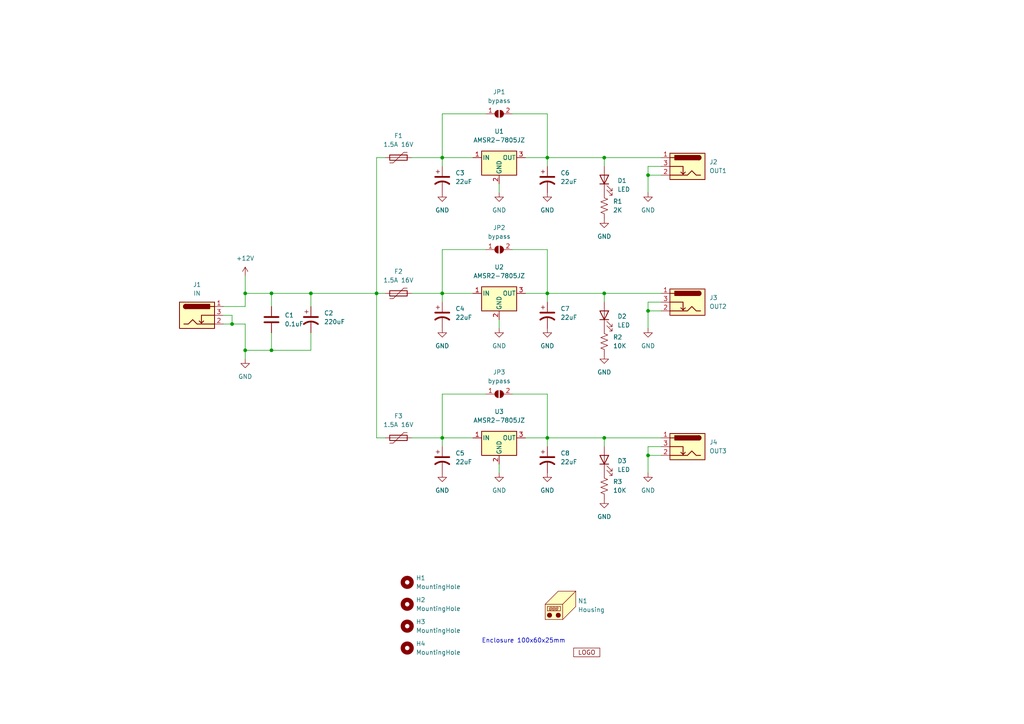
<source format=kicad_sch>
(kicad_sch (version 20211123) (generator eeschema)

  (uuid d557872d-8953-46d2-9b81-49c84c3be7e3)

  (paper "A4")

  (lib_symbols
    (symbol "Connector:Barrel_Jack_Switch" (pin_names hide) (in_bom yes) (on_board yes)
      (property "Reference" "J" (id 0) (at 0 5.334 0)
        (effects (font (size 1.27 1.27)))
      )
      (property "Value" "Barrel_Jack_Switch" (id 1) (at 0 -5.08 0)
        (effects (font (size 1.27 1.27)))
      )
      (property "Footprint" "" (id 2) (at 1.27 -1.016 0)
        (effects (font (size 1.27 1.27)) hide)
      )
      (property "Datasheet" "~" (id 3) (at 1.27 -1.016 0)
        (effects (font (size 1.27 1.27)) hide)
      )
      (property "ki_keywords" "DC power barrel jack connector" (id 4) (at 0 0 0)
        (effects (font (size 1.27 1.27)) hide)
      )
      (property "ki_description" "DC Barrel Jack with an internal switch" (id 5) (at 0 0 0)
        (effects (font (size 1.27 1.27)) hide)
      )
      (property "ki_fp_filters" "BarrelJack*" (id 6) (at 0 0 0)
        (effects (font (size 1.27 1.27)) hide)
      )
      (symbol "Barrel_Jack_Switch_0_1"
        (rectangle (start -5.08 3.81) (end 5.08 -3.81)
          (stroke (width 0.254) (type default) (color 0 0 0 0))
          (fill (type background))
        )
        (arc (start -3.302 3.175) (mid -3.937 2.54) (end -3.302 1.905)
          (stroke (width 0.254) (type default) (color 0 0 0 0))
          (fill (type none))
        )
        (arc (start -3.302 3.175) (mid -3.937 2.54) (end -3.302 1.905)
          (stroke (width 0.254) (type default) (color 0 0 0 0))
          (fill (type outline))
        )
        (polyline
          (pts
            (xy 1.27 -2.286)
            (xy 1.905 -1.651)
          )
          (stroke (width 0.254) (type default) (color 0 0 0 0))
          (fill (type none))
        )
        (polyline
          (pts
            (xy 5.08 2.54)
            (xy 3.81 2.54)
          )
          (stroke (width 0.254) (type default) (color 0 0 0 0))
          (fill (type none))
        )
        (polyline
          (pts
            (xy 5.08 0)
            (xy 1.27 0)
            (xy 1.27 -2.286)
            (xy 0.635 -1.651)
          )
          (stroke (width 0.254) (type default) (color 0 0 0 0))
          (fill (type none))
        )
        (polyline
          (pts
            (xy -3.81 -2.54)
            (xy -2.54 -2.54)
            (xy -1.27 -1.27)
            (xy 0 -2.54)
            (xy 2.54 -2.54)
            (xy 5.08 -2.54)
          )
          (stroke (width 0.254) (type default) (color 0 0 0 0))
          (fill (type none))
        )
        (rectangle (start 3.683 3.175) (end -3.302 1.905)
          (stroke (width 0.254) (type default) (color 0 0 0 0))
          (fill (type outline))
        )
      )
      (symbol "Barrel_Jack_Switch_1_1"
        (pin passive line (at 7.62 2.54 180) (length 2.54)
          (name "~" (effects (font (size 1.27 1.27))))
          (number "1" (effects (font (size 1.27 1.27))))
        )
        (pin passive line (at 7.62 -2.54 180) (length 2.54)
          (name "~" (effects (font (size 1.27 1.27))))
          (number "2" (effects (font (size 1.27 1.27))))
        )
        (pin passive line (at 7.62 0 180) (length 2.54)
          (name "~" (effects (font (size 1.27 1.27))))
          (number "3" (effects (font (size 1.27 1.27))))
        )
      )
    )
    (symbol "Device:C" (pin_numbers hide) (pin_names (offset 0.254)) (in_bom yes) (on_board yes)
      (property "Reference" "C" (id 0) (at 0.635 2.54 0)
        (effects (font (size 1.27 1.27)) (justify left))
      )
      (property "Value" "C" (id 1) (at 0.635 -2.54 0)
        (effects (font (size 1.27 1.27)) (justify left))
      )
      (property "Footprint" "" (id 2) (at 0.9652 -3.81 0)
        (effects (font (size 1.27 1.27)) hide)
      )
      (property "Datasheet" "~" (id 3) (at 0 0 0)
        (effects (font (size 1.27 1.27)) hide)
      )
      (property "ki_keywords" "cap capacitor" (id 4) (at 0 0 0)
        (effects (font (size 1.27 1.27)) hide)
      )
      (property "ki_description" "Unpolarized capacitor" (id 5) (at 0 0 0)
        (effects (font (size 1.27 1.27)) hide)
      )
      (property "ki_fp_filters" "C_*" (id 6) (at 0 0 0)
        (effects (font (size 1.27 1.27)) hide)
      )
      (symbol "C_0_1"
        (polyline
          (pts
            (xy -2.032 -0.762)
            (xy 2.032 -0.762)
          )
          (stroke (width 0.508) (type default) (color 0 0 0 0))
          (fill (type none))
        )
        (polyline
          (pts
            (xy -2.032 0.762)
            (xy 2.032 0.762)
          )
          (stroke (width 0.508) (type default) (color 0 0 0 0))
          (fill (type none))
        )
      )
      (symbol "C_1_1"
        (pin passive line (at 0 3.81 270) (length 2.794)
          (name "~" (effects (font (size 1.27 1.27))))
          (number "1" (effects (font (size 1.27 1.27))))
        )
        (pin passive line (at 0 -3.81 90) (length 2.794)
          (name "~" (effects (font (size 1.27 1.27))))
          (number "2" (effects (font (size 1.27 1.27))))
        )
      )
    )
    (symbol "Device:C_Polarized_US" (pin_numbers hide) (pin_names (offset 0.254) hide) (in_bom yes) (on_board yes)
      (property "Reference" "C" (id 0) (at 0.635 2.54 0)
        (effects (font (size 1.27 1.27)) (justify left))
      )
      (property "Value" "C_Polarized_US" (id 1) (at 0.635 -2.54 0)
        (effects (font (size 1.27 1.27)) (justify left))
      )
      (property "Footprint" "" (id 2) (at 0 0 0)
        (effects (font (size 1.27 1.27)) hide)
      )
      (property "Datasheet" "~" (id 3) (at 0 0 0)
        (effects (font (size 1.27 1.27)) hide)
      )
      (property "ki_keywords" "cap capacitor" (id 4) (at 0 0 0)
        (effects (font (size 1.27 1.27)) hide)
      )
      (property "ki_description" "Polarized capacitor, US symbol" (id 5) (at 0 0 0)
        (effects (font (size 1.27 1.27)) hide)
      )
      (property "ki_fp_filters" "CP_*" (id 6) (at 0 0 0)
        (effects (font (size 1.27 1.27)) hide)
      )
      (symbol "C_Polarized_US_0_1"
        (polyline
          (pts
            (xy -2.032 0.762)
            (xy 2.032 0.762)
          )
          (stroke (width 0.508) (type default) (color 0 0 0 0))
          (fill (type none))
        )
        (polyline
          (pts
            (xy -1.778 2.286)
            (xy -0.762 2.286)
          )
          (stroke (width 0) (type default) (color 0 0 0 0))
          (fill (type none))
        )
        (polyline
          (pts
            (xy -1.27 1.778)
            (xy -1.27 2.794)
          )
          (stroke (width 0) (type default) (color 0 0 0 0))
          (fill (type none))
        )
        (arc (start 2.032 -1.27) (mid 0 -0.5572) (end -2.032 -1.27)
          (stroke (width 0.508) (type default) (color 0 0 0 0))
          (fill (type none))
        )
      )
      (symbol "C_Polarized_US_1_1"
        (pin passive line (at 0 3.81 270) (length 2.794)
          (name "~" (effects (font (size 1.27 1.27))))
          (number "1" (effects (font (size 1.27 1.27))))
        )
        (pin passive line (at 0 -3.81 90) (length 3.302)
          (name "~" (effects (font (size 1.27 1.27))))
          (number "2" (effects (font (size 1.27 1.27))))
        )
      )
    )
    (symbol "Device:LED" (pin_numbers hide) (pin_names (offset 1.016) hide) (in_bom yes) (on_board yes)
      (property "Reference" "D" (id 0) (at 0 2.54 0)
        (effects (font (size 1.27 1.27)))
      )
      (property "Value" "LED" (id 1) (at 0 -2.54 0)
        (effects (font (size 1.27 1.27)))
      )
      (property "Footprint" "" (id 2) (at 0 0 0)
        (effects (font (size 1.27 1.27)) hide)
      )
      (property "Datasheet" "~" (id 3) (at 0 0 0)
        (effects (font (size 1.27 1.27)) hide)
      )
      (property "ki_keywords" "LED diode" (id 4) (at 0 0 0)
        (effects (font (size 1.27 1.27)) hide)
      )
      (property "ki_description" "Light emitting diode" (id 5) (at 0 0 0)
        (effects (font (size 1.27 1.27)) hide)
      )
      (property "ki_fp_filters" "LED* LED_SMD:* LED_THT:*" (id 6) (at 0 0 0)
        (effects (font (size 1.27 1.27)) hide)
      )
      (symbol "LED_0_1"
        (polyline
          (pts
            (xy -1.27 -1.27)
            (xy -1.27 1.27)
          )
          (stroke (width 0.254) (type default) (color 0 0 0 0))
          (fill (type none))
        )
        (polyline
          (pts
            (xy -1.27 0)
            (xy 1.27 0)
          )
          (stroke (width 0) (type default) (color 0 0 0 0))
          (fill (type none))
        )
        (polyline
          (pts
            (xy 1.27 -1.27)
            (xy 1.27 1.27)
            (xy -1.27 0)
            (xy 1.27 -1.27)
          )
          (stroke (width 0.254) (type default) (color 0 0 0 0))
          (fill (type none))
        )
        (polyline
          (pts
            (xy -3.048 -0.762)
            (xy -4.572 -2.286)
            (xy -3.81 -2.286)
            (xy -4.572 -2.286)
            (xy -4.572 -1.524)
          )
          (stroke (width 0) (type default) (color 0 0 0 0))
          (fill (type none))
        )
        (polyline
          (pts
            (xy -1.778 -0.762)
            (xy -3.302 -2.286)
            (xy -2.54 -2.286)
            (xy -3.302 -2.286)
            (xy -3.302 -1.524)
          )
          (stroke (width 0) (type default) (color 0 0 0 0))
          (fill (type none))
        )
      )
      (symbol "LED_1_1"
        (pin passive line (at -3.81 0 0) (length 2.54)
          (name "K" (effects (font (size 1.27 1.27))))
          (number "1" (effects (font (size 1.27 1.27))))
        )
        (pin passive line (at 3.81 0 180) (length 2.54)
          (name "A" (effects (font (size 1.27 1.27))))
          (number "2" (effects (font (size 1.27 1.27))))
        )
      )
    )
    (symbol "Device:Polyfuse" (pin_numbers hide) (pin_names (offset 0)) (in_bom yes) (on_board yes)
      (property "Reference" "F" (id 0) (at -2.54 0 90)
        (effects (font (size 1.27 1.27)))
      )
      (property "Value" "Polyfuse" (id 1) (at 2.54 0 90)
        (effects (font (size 1.27 1.27)))
      )
      (property "Footprint" "" (id 2) (at 1.27 -5.08 0)
        (effects (font (size 1.27 1.27)) (justify left) hide)
      )
      (property "Datasheet" "~" (id 3) (at 0 0 0)
        (effects (font (size 1.27 1.27)) hide)
      )
      (property "ki_keywords" "resettable fuse PTC PPTC polyfuse polyswitch" (id 4) (at 0 0 0)
        (effects (font (size 1.27 1.27)) hide)
      )
      (property "ki_description" "Resettable fuse, polymeric positive temperature coefficient" (id 5) (at 0 0 0)
        (effects (font (size 1.27 1.27)) hide)
      )
      (property "ki_fp_filters" "*polyfuse* *PTC*" (id 6) (at 0 0 0)
        (effects (font (size 1.27 1.27)) hide)
      )
      (symbol "Polyfuse_0_1"
        (rectangle (start -0.762 2.54) (end 0.762 -2.54)
          (stroke (width 0.254) (type default) (color 0 0 0 0))
          (fill (type none))
        )
        (polyline
          (pts
            (xy 0 2.54)
            (xy 0 -2.54)
          )
          (stroke (width 0) (type default) (color 0 0 0 0))
          (fill (type none))
        )
        (polyline
          (pts
            (xy -1.524 2.54)
            (xy -1.524 1.524)
            (xy 1.524 -1.524)
            (xy 1.524 -2.54)
          )
          (stroke (width 0) (type default) (color 0 0 0 0))
          (fill (type none))
        )
      )
      (symbol "Polyfuse_1_1"
        (pin passive line (at 0 3.81 270) (length 1.27)
          (name "~" (effects (font (size 1.27 1.27))))
          (number "1" (effects (font (size 1.27 1.27))))
        )
        (pin passive line (at 0 -3.81 90) (length 1.27)
          (name "~" (effects (font (size 1.27 1.27))))
          (number "2" (effects (font (size 1.27 1.27))))
        )
      )
    )
    (symbol "Device:R_US" (pin_numbers hide) (pin_names (offset 0)) (in_bom yes) (on_board yes)
      (property "Reference" "R" (id 0) (at 2.54 0 90)
        (effects (font (size 1.27 1.27)))
      )
      (property "Value" "R_US" (id 1) (at -2.54 0 90)
        (effects (font (size 1.27 1.27)))
      )
      (property "Footprint" "" (id 2) (at 1.016 -0.254 90)
        (effects (font (size 1.27 1.27)) hide)
      )
      (property "Datasheet" "~" (id 3) (at 0 0 0)
        (effects (font (size 1.27 1.27)) hide)
      )
      (property "ki_keywords" "R res resistor" (id 4) (at 0 0 0)
        (effects (font (size 1.27 1.27)) hide)
      )
      (property "ki_description" "Resistor, US symbol" (id 5) (at 0 0 0)
        (effects (font (size 1.27 1.27)) hide)
      )
      (property "ki_fp_filters" "R_*" (id 6) (at 0 0 0)
        (effects (font (size 1.27 1.27)) hide)
      )
      (symbol "R_US_0_1"
        (polyline
          (pts
            (xy 0 -2.286)
            (xy 0 -2.54)
          )
          (stroke (width 0) (type default) (color 0 0 0 0))
          (fill (type none))
        )
        (polyline
          (pts
            (xy 0 2.286)
            (xy 0 2.54)
          )
          (stroke (width 0) (type default) (color 0 0 0 0))
          (fill (type none))
        )
        (polyline
          (pts
            (xy 0 -0.762)
            (xy 1.016 -1.143)
            (xy 0 -1.524)
            (xy -1.016 -1.905)
            (xy 0 -2.286)
          )
          (stroke (width 0) (type default) (color 0 0 0 0))
          (fill (type none))
        )
        (polyline
          (pts
            (xy 0 0.762)
            (xy 1.016 0.381)
            (xy 0 0)
            (xy -1.016 -0.381)
            (xy 0 -0.762)
          )
          (stroke (width 0) (type default) (color 0 0 0 0))
          (fill (type none))
        )
        (polyline
          (pts
            (xy 0 2.286)
            (xy 1.016 1.905)
            (xy 0 1.524)
            (xy -1.016 1.143)
            (xy 0 0.762)
          )
          (stroke (width 0) (type default) (color 0 0 0 0))
          (fill (type none))
        )
      )
      (symbol "R_US_1_1"
        (pin passive line (at 0 3.81 270) (length 1.27)
          (name "~" (effects (font (size 1.27 1.27))))
          (number "1" (effects (font (size 1.27 1.27))))
        )
        (pin passive line (at 0 -3.81 90) (length 1.27)
          (name "~" (effects (font (size 1.27 1.27))))
          (number "2" (effects (font (size 1.27 1.27))))
        )
      )
    )
    (symbol "Jumper:SolderJumper_2_Open" (pin_names (offset 0) hide) (in_bom yes) (on_board yes)
      (property "Reference" "JP" (id 0) (at 0 2.032 0)
        (effects (font (size 1.27 1.27)))
      )
      (property "Value" "SolderJumper_2_Open" (id 1) (at 0 -2.54 0)
        (effects (font (size 1.27 1.27)))
      )
      (property "Footprint" "" (id 2) (at 0 0 0)
        (effects (font (size 1.27 1.27)) hide)
      )
      (property "Datasheet" "~" (id 3) (at 0 0 0)
        (effects (font (size 1.27 1.27)) hide)
      )
      (property "ki_keywords" "solder jumper SPST" (id 4) (at 0 0 0)
        (effects (font (size 1.27 1.27)) hide)
      )
      (property "ki_description" "Solder Jumper, 2-pole, open" (id 5) (at 0 0 0)
        (effects (font (size 1.27 1.27)) hide)
      )
      (property "ki_fp_filters" "SolderJumper*Open*" (id 6) (at 0 0 0)
        (effects (font (size 1.27 1.27)) hide)
      )
      (symbol "SolderJumper_2_Open_0_1"
        (arc (start -0.254 1.016) (mid -1.27 0) (end -0.254 -1.016)
          (stroke (width 0) (type default) (color 0 0 0 0))
          (fill (type none))
        )
        (arc (start -0.254 1.016) (mid -1.27 0) (end -0.254 -1.016)
          (stroke (width 0) (type default) (color 0 0 0 0))
          (fill (type outline))
        )
        (polyline
          (pts
            (xy -0.254 1.016)
            (xy -0.254 -1.016)
          )
          (stroke (width 0) (type default) (color 0 0 0 0))
          (fill (type none))
        )
        (polyline
          (pts
            (xy 0.254 1.016)
            (xy 0.254 -1.016)
          )
          (stroke (width 0) (type default) (color 0 0 0 0))
          (fill (type none))
        )
        (arc (start 0.254 -1.016) (mid 1.27 0) (end 0.254 1.016)
          (stroke (width 0) (type default) (color 0 0 0 0))
          (fill (type none))
        )
        (arc (start 0.254 -1.016) (mid 1.27 0) (end 0.254 1.016)
          (stroke (width 0) (type default) (color 0 0 0 0))
          (fill (type outline))
        )
      )
      (symbol "SolderJumper_2_Open_1_1"
        (pin passive line (at -3.81 0 0) (length 2.54)
          (name "A" (effects (font (size 1.27 1.27))))
          (number "1" (effects (font (size 1.27 1.27))))
        )
        (pin passive line (at 3.81 0 180) (length 2.54)
          (name "B" (effects (font (size 1.27 1.27))))
          (number "2" (effects (font (size 1.27 1.27))))
        )
      )
    )
    (symbol "Mechanical:Housing" (pin_names (offset 1.016)) (in_bom yes) (on_board yes)
      (property "Reference" "N" (id 0) (at 3.81 0 0)
        (effects (font (size 1.27 1.27)) (justify left))
      )
      (property "Value" "Housing" (id 1) (at 3.81 -1.905 0)
        (effects (font (size 1.27 1.27)) (justify left))
      )
      (property "Footprint" "" (id 2) (at 1.27 1.27 0)
        (effects (font (size 1.27 1.27)) hide)
      )
      (property "Datasheet" "~" (id 3) (at 1.27 1.27 0)
        (effects (font (size 1.27 1.27)) hide)
      )
      (property "ki_keywords" "housing enclosure" (id 4) (at 0 0 0)
        (effects (font (size 1.27 1.27)) hide)
      )
      (property "ki_description" "Housing" (id 5) (at 0 0 0)
        (effects (font (size 1.27 1.27)) hide)
      )
      (property "ki_fp_filters" "Enclosure* Housing*" (id 6) (at 0 0 0)
        (effects (font (size 1.27 1.27)) hide)
      )
      (symbol "Housing_0_1"
        (rectangle (start -5.08 -0.635) (end -1.27 -1.905)
          (stroke (width 0) (type default) (color 0 0 0 0))
          (fill (type none))
        )
        (circle (center -4.445 -3.175) (radius 0.635)
          (stroke (width 0) (type default) (color 0 0 0 0))
          (fill (type outline))
        )
        (circle (center -1.905 -3.175) (radius 0.635)
          (stroke (width 0) (type default) (color 0 0 0 0))
          (fill (type outline))
        )
        (polyline
          (pts
            (xy -4.5212 -1.5748)
            (xy -4.4704 -1.3716)
          )
          (stroke (width 0) (type default) (color 0 0 0 0))
          (fill (type none))
        )
        (polyline
          (pts
            (xy -4.4196 -1.6764)
            (xy -4.064 -1.6764)
          )
          (stroke (width 0) (type default) (color 0 0 0 0))
          (fill (type none))
        )
        (polyline
          (pts
            (xy -4.4196 -1.2192)
            (xy -4.3688 -0.9652)
          )
          (stroke (width 0) (type default) (color 0 0 0 0))
          (fill (type none))
        )
        (polyline
          (pts
            (xy -4.318 -1.3208)
            (xy -4.0132 -1.3208)
          )
          (stroke (width 0) (type default) (color 0 0 0 0))
          (fill (type none))
        )
        (polyline
          (pts
            (xy -4.2164 -0.9144)
            (xy -3.9116 -0.9144)
          )
          (stroke (width 0) (type default) (color 0 0 0 0))
          (fill (type none))
        )
        (polyline
          (pts
            (xy -3.9116 -1.6256)
            (xy -3.8608 -1.3716)
          )
          (stroke (width 0) (type default) (color 0 0 0 0))
          (fill (type none))
        )
        (polyline
          (pts
            (xy -3.81 -1.2192)
            (xy -3.7592 -0.9652)
          )
          (stroke (width 0) (type default) (color 0 0 0 0))
          (fill (type none))
        )
        (polyline
          (pts
            (xy -3.6068 -1.5748)
            (xy -3.556 -1.3716)
          )
          (stroke (width 0) (type default) (color 0 0 0 0))
          (fill (type none))
        )
        (polyline
          (pts
            (xy -3.5052 -1.6764)
            (xy -3.1496 -1.6764)
          )
          (stroke (width 0) (type default) (color 0 0 0 0))
          (fill (type none))
        )
        (polyline
          (pts
            (xy -3.5052 -1.2192)
            (xy -3.4544 -0.9652)
          )
          (stroke (width 0) (type default) (color 0 0 0 0))
          (fill (type none))
        )
        (polyline
          (pts
            (xy -3.4036 -1.3208)
            (xy -3.0988 -1.3208)
          )
          (stroke (width 0) (type default) (color 0 0 0 0))
          (fill (type none))
        )
        (polyline
          (pts
            (xy -3.302 -0.9144)
            (xy -2.9972 -0.9144)
          )
          (stroke (width 0) (type default) (color 0 0 0 0))
          (fill (type none))
        )
        (polyline
          (pts
            (xy -2.9972 -1.6256)
            (xy -2.9464 -1.3716)
          )
          (stroke (width 0) (type default) (color 0 0 0 0))
          (fill (type none))
        )
        (polyline
          (pts
            (xy -2.8956 -1.2192)
            (xy -2.8448 -0.9652)
          )
          (stroke (width 0) (type default) (color 0 0 0 0))
          (fill (type none))
        )
        (polyline
          (pts
            (xy -2.6924 -1.5748)
            (xy -2.6416 -1.3716)
          )
          (stroke (width 0) (type default) (color 0 0 0 0))
          (fill (type none))
        )
        (polyline
          (pts
            (xy -2.5908 -1.6764)
            (xy -2.2352 -1.6764)
          )
          (stroke (width 0) (type default) (color 0 0 0 0))
          (fill (type none))
        )
        (polyline
          (pts
            (xy -2.5908 -1.2192)
            (xy -2.54 -0.9652)
          )
          (stroke (width 0) (type default) (color 0 0 0 0))
          (fill (type none))
        )
        (polyline
          (pts
            (xy -2.4892 -1.3208)
            (xy -2.1844 -1.3208)
          )
          (stroke (width 0) (type default) (color 0 0 0 0))
          (fill (type none))
        )
        (polyline
          (pts
            (xy -2.3876 -0.9144)
            (xy -2.0828 -0.9144)
          )
          (stroke (width 0) (type default) (color 0 0 0 0))
          (fill (type none))
        )
        (polyline
          (pts
            (xy -2.0828 -1.6256)
            (xy -2.032 -1.3716)
          )
          (stroke (width 0) (type default) (color 0 0 0 0))
          (fill (type none))
        )
        (polyline
          (pts
            (xy -1.9812 -1.2192)
            (xy -1.9304 -0.9652)
          )
          (stroke (width 0) (type default) (color 0 0 0 0))
          (fill (type none))
        )
        (polyline
          (pts
            (xy -0.635 0)
            (xy -0.635 -4.445)
          )
          (stroke (width 0) (type default) (color 0 0 0 0))
          (fill (type none))
        )
        (polyline
          (pts
            (xy -5.715 0)
            (xy -0.635 0)
            (xy 3.175 3.81)
          )
          (stroke (width 0) (type default) (color 0 0 0 0))
          (fill (type none))
        )
        (polyline
          (pts
            (xy -5.715 0)
            (xy -5.715 -4.445)
            (xy -0.635 -4.445)
            (xy 3.175 -0.635)
            (xy 3.175 3.81)
            (xy -1.905 3.81)
            (xy -5.715 0)
          )
          (stroke (width 0) (type default) (color 0 0 0 0))
          (fill (type background))
        )
      )
    )
    (symbol "Mechanical:MountingHole" (pin_names (offset 1.016)) (in_bom yes) (on_board yes)
      (property "Reference" "H" (id 0) (at 0 5.08 0)
        (effects (font (size 1.27 1.27)))
      )
      (property "Value" "MountingHole" (id 1) (at 0 3.175 0)
        (effects (font (size 1.27 1.27)))
      )
      (property "Footprint" "" (id 2) (at 0 0 0)
        (effects (font (size 1.27 1.27)) hide)
      )
      (property "Datasheet" "~" (id 3) (at 0 0 0)
        (effects (font (size 1.27 1.27)) hide)
      )
      (property "ki_keywords" "mounting hole" (id 4) (at 0 0 0)
        (effects (font (size 1.27 1.27)) hide)
      )
      (property "ki_description" "Mounting Hole without connection" (id 5) (at 0 0 0)
        (effects (font (size 1.27 1.27)) hide)
      )
      (property "ki_fp_filters" "MountingHole*" (id 6) (at 0 0 0)
        (effects (font (size 1.27 1.27)) hide)
      )
      (symbol "MountingHole_0_1"
        (circle (center 0 0) (radius 1.27)
          (stroke (width 1.27) (type default) (color 0 0 0 0))
          (fill (type none))
        )
      )
    )
    (symbol "Regulator_Linear:L7805" (pin_names (offset 0.254)) (in_bom yes) (on_board yes)
      (property "Reference" "U" (id 0) (at -3.81 3.175 0)
        (effects (font (size 1.27 1.27)))
      )
      (property "Value" "L7805" (id 1) (at 0 3.175 0)
        (effects (font (size 1.27 1.27)) (justify left))
      )
      (property "Footprint" "" (id 2) (at 0.635 -3.81 0)
        (effects (font (size 1.27 1.27) italic) (justify left) hide)
      )
      (property "Datasheet" "http://www.st.com/content/ccc/resource/technical/document/datasheet/41/4f/b3/b0/12/d4/47/88/CD00000444.pdf/files/CD00000444.pdf/jcr:content/translations/en.CD00000444.pdf" (id 3) (at 0 -1.27 0)
        (effects (font (size 1.27 1.27)) hide)
      )
      (property "ki_keywords" "Voltage Regulator 1.5A Positive" (id 4) (at 0 0 0)
        (effects (font (size 1.27 1.27)) hide)
      )
      (property "ki_description" "Positive 1.5A 35V Linear Regulator, Fixed Output 5V, TO-220/TO-263/TO-252" (id 5) (at 0 0 0)
        (effects (font (size 1.27 1.27)) hide)
      )
      (property "ki_fp_filters" "TO?252* TO?263* TO?220*" (id 6) (at 0 0 0)
        (effects (font (size 1.27 1.27)) hide)
      )
      (symbol "L7805_0_1"
        (rectangle (start -5.08 1.905) (end 5.08 -5.08)
          (stroke (width 0.254) (type default) (color 0 0 0 0))
          (fill (type background))
        )
      )
      (symbol "L7805_1_1"
        (pin power_in line (at -7.62 0 0) (length 2.54)
          (name "IN" (effects (font (size 1.27 1.27))))
          (number "1" (effects (font (size 1.27 1.27))))
        )
        (pin power_in line (at 0 -7.62 90) (length 2.54)
          (name "GND" (effects (font (size 1.27 1.27))))
          (number "2" (effects (font (size 1.27 1.27))))
        )
        (pin power_out line (at 7.62 0 180) (length 2.54)
          (name "OUT" (effects (font (size 1.27 1.27))))
          (number "3" (effects (font (size 1.27 1.27))))
        )
      )
    )
    (symbol "Voltlog:VOLTLOG_LOGO" (pin_numbers hide) (pin_names (offset 0) hide) (in_bom no) (on_board yes)
      (property "Reference" "V" (id 0) (at 0 -3.302 0)
        (effects (font (size 1.524 1.524)) hide)
      )
      (property "Value" "VOLTLOG_LOGO" (id 1) (at 0 3.302 0)
        (effects (font (size 1.524 1.524)) hide)
      )
      (property "Footprint" "" (id 2) (at 0 0 0)
        (effects (font (size 1.27 1.27)) hide)
      )
      (property "Datasheet" "" (id 3) (at 0 0 0)
        (effects (font (size 1.27 1.27)) hide)
      )
      (property "ki_keywords" "voltlog, logo" (id 4) (at 0 0 0)
        (effects (font (size 1.27 1.27)) hide)
      )
      (symbol "VOLTLOG_LOGO_0_0"
        (text "LOGO" (at 0 0 0)
          (effects (font (size 1.27 1.27)))
        )
      )
      (symbol "VOLTLOG_LOGO_0_1"
        (rectangle (start -3.81 1.27) (end 3.81 -1.27)
          (stroke (width 0) (type default) (color 0 0 0 0))
          (fill (type none))
        )
      )
    )
    (symbol "power:+12V" (power) (pin_names (offset 0)) (in_bom yes) (on_board yes)
      (property "Reference" "#PWR" (id 0) (at 0 -3.81 0)
        (effects (font (size 1.27 1.27)) hide)
      )
      (property "Value" "+12V" (id 1) (at 0 3.556 0)
        (effects (font (size 1.27 1.27)))
      )
      (property "Footprint" "" (id 2) (at 0 0 0)
        (effects (font (size 1.27 1.27)) hide)
      )
      (property "Datasheet" "" (id 3) (at 0 0 0)
        (effects (font (size 1.27 1.27)) hide)
      )
      (property "ki_keywords" "power-flag" (id 4) (at 0 0 0)
        (effects (font (size 1.27 1.27)) hide)
      )
      (property "ki_description" "Power symbol creates a global label with name \"+12V\"" (id 5) (at 0 0 0)
        (effects (font (size 1.27 1.27)) hide)
      )
      (symbol "+12V_0_1"
        (polyline
          (pts
            (xy -0.762 1.27)
            (xy 0 2.54)
          )
          (stroke (width 0) (type default) (color 0 0 0 0))
          (fill (type none))
        )
        (polyline
          (pts
            (xy 0 0)
            (xy 0 2.54)
          )
          (stroke (width 0) (type default) (color 0 0 0 0))
          (fill (type none))
        )
        (polyline
          (pts
            (xy 0 2.54)
            (xy 0.762 1.27)
          )
          (stroke (width 0) (type default) (color 0 0 0 0))
          (fill (type none))
        )
      )
      (symbol "+12V_1_1"
        (pin power_in line (at 0 0 90) (length 0) hide
          (name "+12V" (effects (font (size 1.27 1.27))))
          (number "1" (effects (font (size 1.27 1.27))))
        )
      )
    )
    (symbol "power:GND" (power) (pin_names (offset 0)) (in_bom yes) (on_board yes)
      (property "Reference" "#PWR" (id 0) (at 0 -6.35 0)
        (effects (font (size 1.27 1.27)) hide)
      )
      (property "Value" "GND" (id 1) (at 0 -3.81 0)
        (effects (font (size 1.27 1.27)))
      )
      (property "Footprint" "" (id 2) (at 0 0 0)
        (effects (font (size 1.27 1.27)) hide)
      )
      (property "Datasheet" "" (id 3) (at 0 0 0)
        (effects (font (size 1.27 1.27)) hide)
      )
      (property "ki_keywords" "power-flag" (id 4) (at 0 0 0)
        (effects (font (size 1.27 1.27)) hide)
      )
      (property "ki_description" "Power symbol creates a global label with name \"GND\" , ground" (id 5) (at 0 0 0)
        (effects (font (size 1.27 1.27)) hide)
      )
      (symbol "GND_0_1"
        (polyline
          (pts
            (xy 0 0)
            (xy 0 -1.27)
            (xy 1.27 -1.27)
            (xy 0 -2.54)
            (xy -1.27 -1.27)
            (xy 0 -1.27)
          )
          (stroke (width 0) (type default) (color 0 0 0 0))
          (fill (type none))
        )
      )
      (symbol "GND_1_1"
        (pin power_in line (at 0 0 270) (length 0) hide
          (name "GND" (effects (font (size 1.27 1.27))))
          (number "1" (effects (font (size 1.27 1.27))))
        )
      )
    )
  )

  (junction (at 158.75 45.72) (diameter 0) (color 0 0 0 0)
    (uuid 04128b97-c7a2-4932-b282-d453f3e02e01)
  )
  (junction (at 67.31 93.98) (diameter 0) (color 0 0 0 0)
    (uuid 08db42bc-ee34-46c3-8044-ec884a01248e)
  )
  (junction (at 71.12 101.6) (diameter 0) (color 0 0 0 0)
    (uuid 09bca5f6-5984-4166-ad88-d763863f3416)
  )
  (junction (at 187.96 90.17) (diameter 0) (color 0 0 0 0)
    (uuid 1eddd0a7-a2ed-432e-9f9b-00c657d0b2a2)
  )
  (junction (at 78.74 85.09) (diameter 0) (color 0 0 0 0)
    (uuid 24fda45b-73a9-485c-8d8e-85f1e0c75a02)
  )
  (junction (at 187.96 50.8) (diameter 0) (color 0 0 0 0)
    (uuid 2605d253-95cc-44cf-88e6-223f44a8f82a)
  )
  (junction (at 71.12 85.09) (diameter 0) (color 0 0 0 0)
    (uuid 312d83d8-0cae-4f6a-b803-4781a05b466c)
  )
  (junction (at 158.75 85.09) (diameter 0) (color 0 0 0 0)
    (uuid 3267fcdc-81b6-4f90-9399-a7ba358c42dc)
  )
  (junction (at 175.26 127) (diameter 0) (color 0 0 0 0)
    (uuid 4746ed17-8be4-4721-8a4e-b27e52844b64)
  )
  (junction (at 175.26 85.09) (diameter 0) (color 0 0 0 0)
    (uuid 6609f713-2815-4322-91a3-cf86829c2155)
  )
  (junction (at 187.96 132.08) (diameter 0) (color 0 0 0 0)
    (uuid 8f2d5d57-ee36-48ed-89ae-6d7016d518b8)
  )
  (junction (at 128.27 45.72) (diameter 0) (color 0 0 0 0)
    (uuid 9628fcd2-314b-42bf-97a3-2e19b6750409)
  )
  (junction (at 90.17 85.09) (diameter 0) (color 0 0 0 0)
    (uuid af812f23-fe03-47a6-911b-a468e903ef87)
  )
  (junction (at 109.22 85.09) (diameter 0) (color 0 0 0 0)
    (uuid b224317c-9619-4821-8f98-ce806f2c441a)
  )
  (junction (at 175.26 45.72) (diameter 0) (color 0 0 0 0)
    (uuid db8bbda0-3fb4-4ebc-bc9c-0dd0b26b2141)
  )
  (junction (at 128.27 127) (diameter 0) (color 0 0 0 0)
    (uuid dc11e529-c643-4c64-a05f-8e65dea26a15)
  )
  (junction (at 78.74 101.6) (diameter 0) (color 0 0 0 0)
    (uuid efcd812c-dc9a-4e2e-83d9-f83960ffb9b9)
  )
  (junction (at 158.75 127) (diameter 0) (color 0 0 0 0)
    (uuid f5b342c9-45fe-4691-aecb-a07d24ee19bf)
  )
  (junction (at 128.27 85.09) (diameter 0) (color 0 0 0 0)
    (uuid fdc3caf0-bfc6-4606-a100-3b4dc1927c5f)
  )

  (wire (pts (xy 191.77 132.08) (xy 187.96 132.08))
    (stroke (width 0) (type default) (color 0 0 0 0))
    (uuid 029cb8a5-0f43-42ed-9ae9-52d7f0d95c20)
  )
  (wire (pts (xy 78.74 85.09) (xy 78.74 88.9))
    (stroke (width 0) (type default) (color 0 0 0 0))
    (uuid 0babde6b-c9ef-4d43-a808-b00d6009c86a)
  )
  (wire (pts (xy 158.75 33.02) (xy 158.75 45.72))
    (stroke (width 0) (type default) (color 0 0 0 0))
    (uuid 0c61689d-52eb-4321-a83b-d29db3038c8e)
  )
  (wire (pts (xy 158.75 72.39) (xy 158.75 85.09))
    (stroke (width 0) (type default) (color 0 0 0 0))
    (uuid 0ddeb5fe-d3cd-4665-83c2-26d17cfcd0c5)
  )
  (wire (pts (xy 144.78 53.34) (xy 144.78 55.88))
    (stroke (width 0) (type default) (color 0 0 0 0))
    (uuid 13a34a5f-841b-45b1-a963-15bfb2027cfd)
  )
  (wire (pts (xy 191.77 87.63) (xy 187.96 87.63))
    (stroke (width 0) (type default) (color 0 0 0 0))
    (uuid 13d0b0cd-029a-4159-8c09-5ac530618d46)
  )
  (wire (pts (xy 128.27 48.26) (xy 128.27 45.72))
    (stroke (width 0) (type default) (color 0 0 0 0))
    (uuid 15cf593c-5930-44a9-aecd-a92371425b5e)
  )
  (wire (pts (xy 109.22 127) (xy 111.76 127))
    (stroke (width 0) (type default) (color 0 0 0 0))
    (uuid 18f57b51-79a2-4a33-8023-4fa743c6bf44)
  )
  (wire (pts (xy 140.97 114.3) (xy 128.27 114.3))
    (stroke (width 0) (type default) (color 0 0 0 0))
    (uuid 192eb013-0888-460f-bf96-e43434dad445)
  )
  (wire (pts (xy 158.75 48.26) (xy 158.75 45.72))
    (stroke (width 0) (type default) (color 0 0 0 0))
    (uuid 1e0610ba-eba3-4b23-850a-bfc2ede56be7)
  )
  (wire (pts (xy 109.22 85.09) (xy 109.22 127))
    (stroke (width 0) (type default) (color 0 0 0 0))
    (uuid 241cce85-6cfe-4076-bc2c-3d681b15c7a5)
  )
  (wire (pts (xy 140.97 72.39) (xy 128.27 72.39))
    (stroke (width 0) (type default) (color 0 0 0 0))
    (uuid 24fab317-9a66-47a5-8180-0776b1dba7ab)
  )
  (wire (pts (xy 67.31 93.98) (xy 71.12 93.98))
    (stroke (width 0) (type default) (color 0 0 0 0))
    (uuid 26366f1e-3172-4c2c-b54e-796dd07d8a95)
  )
  (wire (pts (xy 78.74 101.6) (xy 90.17 101.6))
    (stroke (width 0) (type default) (color 0 0 0 0))
    (uuid 2a94d16d-74ca-4448-ac5b-d0bedc6e6446)
  )
  (wire (pts (xy 175.26 85.09) (xy 175.26 87.63))
    (stroke (width 0) (type default) (color 0 0 0 0))
    (uuid 2d5d876f-5a4d-4508-90fd-ce38bb70ae7c)
  )
  (wire (pts (xy 128.27 127) (xy 119.38 127))
    (stroke (width 0) (type default) (color 0 0 0 0))
    (uuid 32fd21dc-d678-4e3d-afe2-71412c7a1c92)
  )
  (wire (pts (xy 175.26 85.09) (xy 191.77 85.09))
    (stroke (width 0) (type default) (color 0 0 0 0))
    (uuid 332b35d7-7b67-453a-a8b5-c7ed329f4db2)
  )
  (wire (pts (xy 152.4 127) (xy 158.75 127))
    (stroke (width 0) (type default) (color 0 0 0 0))
    (uuid 37b6cb42-3d99-4d24-97df-58b814acf9b9)
  )
  (wire (pts (xy 128.27 114.3) (xy 128.27 127))
    (stroke (width 0) (type default) (color 0 0 0 0))
    (uuid 3b6cfde7-8e6d-4ba4-b0a0-eb60fa5b75a7)
  )
  (wire (pts (xy 128.27 45.72) (xy 119.38 45.72))
    (stroke (width 0) (type default) (color 0 0 0 0))
    (uuid 3bce6133-a61c-4b34-a375-f8f3028d460f)
  )
  (wire (pts (xy 187.96 129.54) (xy 187.96 132.08))
    (stroke (width 0) (type default) (color 0 0 0 0))
    (uuid 3d740aae-ec54-4c1c-a332-99211a7cc822)
  )
  (wire (pts (xy 175.26 127) (xy 191.77 127))
    (stroke (width 0) (type default) (color 0 0 0 0))
    (uuid 3d8e4f5d-e36c-4710-9432-7aa73f0ab7e2)
  )
  (wire (pts (xy 71.12 101.6) (xy 71.12 104.14))
    (stroke (width 0) (type default) (color 0 0 0 0))
    (uuid 41f9c20c-3cc7-45a2-9c7a-dc159f444946)
  )
  (wire (pts (xy 191.77 50.8) (xy 187.96 50.8))
    (stroke (width 0) (type default) (color 0 0 0 0))
    (uuid 42f2758c-87db-4b19-b9be-f93e23991487)
  )
  (wire (pts (xy 90.17 85.09) (xy 109.22 85.09))
    (stroke (width 0) (type default) (color 0 0 0 0))
    (uuid 43e41f88-e390-4e8e-b746-42f157b52b2b)
  )
  (wire (pts (xy 78.74 85.09) (xy 90.17 85.09))
    (stroke (width 0) (type default) (color 0 0 0 0))
    (uuid 45bed70d-fb95-451e-9ec8-03ac69b3fb13)
  )
  (wire (pts (xy 78.74 96.52) (xy 78.74 101.6))
    (stroke (width 0) (type default) (color 0 0 0 0))
    (uuid 46ef08cc-92be-4168-a26a-228c028f009b)
  )
  (wire (pts (xy 175.26 127) (xy 175.26 129.54))
    (stroke (width 0) (type default) (color 0 0 0 0))
    (uuid 4b3269c0-a1ed-4e21-a07f-b30ea28da943)
  )
  (wire (pts (xy 109.22 85.09) (xy 111.76 85.09))
    (stroke (width 0) (type default) (color 0 0 0 0))
    (uuid 57ce0378-8da8-404f-808c-13b34d12e226)
  )
  (wire (pts (xy 128.27 129.54) (xy 128.27 127))
    (stroke (width 0) (type default) (color 0 0 0 0))
    (uuid 5858a032-dc79-47e7-b8e2-ba25d394d346)
  )
  (wire (pts (xy 158.75 45.72) (xy 175.26 45.72))
    (stroke (width 0) (type default) (color 0 0 0 0))
    (uuid 599dcbe9-8b74-480f-9758-b58636cd3bd0)
  )
  (wire (pts (xy 152.4 45.72) (xy 158.75 45.72))
    (stroke (width 0) (type default) (color 0 0 0 0))
    (uuid 5b2d2f62-69bb-4dfa-85ce-0b75f5c4c4cc)
  )
  (wire (pts (xy 158.75 87.63) (xy 158.75 85.09))
    (stroke (width 0) (type default) (color 0 0 0 0))
    (uuid 5c5368c3-e7ca-4633-ae9f-5cc6cbfb58eb)
  )
  (wire (pts (xy 64.77 91.44) (xy 67.31 91.44))
    (stroke (width 0) (type default) (color 0 0 0 0))
    (uuid 5f3ed8fe-9e2c-46a2-82bd-15d559a5d7b8)
  )
  (wire (pts (xy 187.96 48.26) (xy 187.96 50.8))
    (stroke (width 0) (type default) (color 0 0 0 0))
    (uuid 63c34dd3-4671-4ff9-999c-921f43724787)
  )
  (wire (pts (xy 128.27 87.63) (xy 128.27 85.09))
    (stroke (width 0) (type default) (color 0 0 0 0))
    (uuid 6499c51a-0171-46e2-a61a-cb3a71124f5a)
  )
  (wire (pts (xy 158.75 85.09) (xy 175.26 85.09))
    (stroke (width 0) (type default) (color 0 0 0 0))
    (uuid 64d18e5d-4ac5-4943-9187-0ba10f6fa2c4)
  )
  (wire (pts (xy 71.12 101.6) (xy 78.74 101.6))
    (stroke (width 0) (type default) (color 0 0 0 0))
    (uuid 66d84fc1-33c6-402b-a03d-420b38ef6290)
  )
  (wire (pts (xy 67.31 91.44) (xy 67.31 93.98))
    (stroke (width 0) (type default) (color 0 0 0 0))
    (uuid 66faf273-0639-4a72-b2fd-0b9f15b01737)
  )
  (wire (pts (xy 175.26 45.72) (xy 191.77 45.72))
    (stroke (width 0) (type default) (color 0 0 0 0))
    (uuid 688db24e-3bd2-4c56-83d1-1cf3ccd259cc)
  )
  (wire (pts (xy 191.77 90.17) (xy 187.96 90.17))
    (stroke (width 0) (type default) (color 0 0 0 0))
    (uuid 72b62836-5358-4330-9a00-e4ef8383445f)
  )
  (wire (pts (xy 140.97 33.02) (xy 128.27 33.02))
    (stroke (width 0) (type default) (color 0 0 0 0))
    (uuid 7a56f2e5-8676-4d92-97df-871fce87a9e1)
  )
  (wire (pts (xy 64.77 88.9) (xy 71.12 88.9))
    (stroke (width 0) (type default) (color 0 0 0 0))
    (uuid 7df4ac30-a49c-4a59-bf15-250742e48956)
  )
  (wire (pts (xy 111.76 45.72) (xy 109.22 45.72))
    (stroke (width 0) (type default) (color 0 0 0 0))
    (uuid 897cf006-9832-408e-956f-581c47361fd6)
  )
  (wire (pts (xy 128.27 127) (xy 137.16 127))
    (stroke (width 0) (type default) (color 0 0 0 0))
    (uuid 8d114d5f-43ab-4807-9069-3231dde167e4)
  )
  (wire (pts (xy 158.75 114.3) (xy 158.75 127))
    (stroke (width 0) (type default) (color 0 0 0 0))
    (uuid 912da226-b713-49d8-8ad6-2095eff3afb7)
  )
  (wire (pts (xy 71.12 80.01) (xy 71.12 85.09))
    (stroke (width 0) (type default) (color 0 0 0 0))
    (uuid 93adbe7f-0ed9-47ca-b3f2-97d14391ebb8)
  )
  (wire (pts (xy 158.75 129.54) (xy 158.75 127))
    (stroke (width 0) (type default) (color 0 0 0 0))
    (uuid 97a563db-bd67-4d57-b07b-6ae91223de70)
  )
  (wire (pts (xy 191.77 48.26) (xy 187.96 48.26))
    (stroke (width 0) (type default) (color 0 0 0 0))
    (uuid 9926c26d-fd65-46a0-8f27-ce2ad95ebf7d)
  )
  (wire (pts (xy 128.27 33.02) (xy 128.27 45.72))
    (stroke (width 0) (type default) (color 0 0 0 0))
    (uuid 99b735e7-e4a1-4d12-a68f-c0683bc99e8c)
  )
  (wire (pts (xy 191.77 129.54) (xy 187.96 129.54))
    (stroke (width 0) (type default) (color 0 0 0 0))
    (uuid a07edec1-2f12-48ad-b775-5fa3a11aac68)
  )
  (wire (pts (xy 128.27 72.39) (xy 128.27 85.09))
    (stroke (width 0) (type default) (color 0 0 0 0))
    (uuid ac0a4825-d766-487a-aca5-a943e982399f)
  )
  (wire (pts (xy 71.12 88.9) (xy 71.12 85.09))
    (stroke (width 0) (type default) (color 0 0 0 0))
    (uuid b092a336-4f8c-43bf-938f-96359a4944bf)
  )
  (wire (pts (xy 90.17 96.52) (xy 90.17 101.6))
    (stroke (width 0) (type default) (color 0 0 0 0))
    (uuid b580f77e-bbed-4575-b6aa-ebcb03248146)
  )
  (wire (pts (xy 71.12 93.98) (xy 71.12 101.6))
    (stroke (width 0) (type default) (color 0 0 0 0))
    (uuid b6eb5ffd-0a76-4b33-8473-e08a6d3df71a)
  )
  (wire (pts (xy 175.26 45.72) (xy 175.26 48.26))
    (stroke (width 0) (type default) (color 0 0 0 0))
    (uuid b797868d-a266-4f7f-8f05-a74ba416f48e)
  )
  (wire (pts (xy 128.27 85.09) (xy 119.38 85.09))
    (stroke (width 0) (type default) (color 0 0 0 0))
    (uuid b970e2c1-d703-4dc3-a788-f7f83bf42789)
  )
  (wire (pts (xy 152.4 85.09) (xy 158.75 85.09))
    (stroke (width 0) (type default) (color 0 0 0 0))
    (uuid c2a7b7eb-7ade-4e25-9907-301a110809e0)
  )
  (wire (pts (xy 187.96 87.63) (xy 187.96 90.17))
    (stroke (width 0) (type default) (color 0 0 0 0))
    (uuid c9fbb5f0-dce4-4b7f-80d3-3a44003bbad0)
  )
  (wire (pts (xy 148.59 33.02) (xy 158.75 33.02))
    (stroke (width 0) (type default) (color 0 0 0 0))
    (uuid ca8f1b72-d711-4404-a01b-c2222015ce47)
  )
  (wire (pts (xy 187.96 90.17) (xy 187.96 95.25))
    (stroke (width 0) (type default) (color 0 0 0 0))
    (uuid d1b528af-03bd-468b-b7bb-6c609c9e9772)
  )
  (wire (pts (xy 148.59 72.39) (xy 158.75 72.39))
    (stroke (width 0) (type default) (color 0 0 0 0))
    (uuid d20026aa-53bc-4ec4-af94-89fe117ee498)
  )
  (wire (pts (xy 148.59 114.3) (xy 158.75 114.3))
    (stroke (width 0) (type default) (color 0 0 0 0))
    (uuid d6dad924-0909-4af3-b926-9fa4a8ac533b)
  )
  (wire (pts (xy 109.22 45.72) (xy 109.22 85.09))
    (stroke (width 0) (type default) (color 0 0 0 0))
    (uuid d820bb32-6424-4df9-a5eb-c233148e62a6)
  )
  (wire (pts (xy 144.78 134.62) (xy 144.78 137.16))
    (stroke (width 0) (type default) (color 0 0 0 0))
    (uuid ddc415bf-c9b8-458f-8c30-e3817882c15d)
  )
  (wire (pts (xy 158.75 127) (xy 175.26 127))
    (stroke (width 0) (type default) (color 0 0 0 0))
    (uuid df85b0dd-b3fc-41d5-8569-651ef12ffcb5)
  )
  (wire (pts (xy 187.96 50.8) (xy 187.96 55.88))
    (stroke (width 0) (type default) (color 0 0 0 0))
    (uuid e18f3d5f-b2e3-49b0-92be-c27d669f8841)
  )
  (wire (pts (xy 128.27 85.09) (xy 137.16 85.09))
    (stroke (width 0) (type default) (color 0 0 0 0))
    (uuid e1a10864-674f-4df0-b369-45810072136b)
  )
  (wire (pts (xy 71.12 85.09) (xy 78.74 85.09))
    (stroke (width 0) (type default) (color 0 0 0 0))
    (uuid e1d0a4a7-fac0-4864-ba4c-7f2cbdbec41b)
  )
  (wire (pts (xy 64.77 93.98) (xy 67.31 93.98))
    (stroke (width 0) (type default) (color 0 0 0 0))
    (uuid eb2455b7-2540-41d7-a46e-a9ab9fcdf649)
  )
  (wire (pts (xy 144.78 92.71) (xy 144.78 95.25))
    (stroke (width 0) (type default) (color 0 0 0 0))
    (uuid eefc2dee-dd8e-4848-824f-e91b92976532)
  )
  (wire (pts (xy 90.17 85.09) (xy 90.17 88.9))
    (stroke (width 0) (type default) (color 0 0 0 0))
    (uuid f37b8ce2-bba6-4c4d-9d81-2f438af9ca1d)
  )
  (wire (pts (xy 128.27 45.72) (xy 137.16 45.72))
    (stroke (width 0) (type default) (color 0 0 0 0))
    (uuid f7e4cd03-a354-46ed-9824-862cdbe72b68)
  )
  (wire (pts (xy 187.96 132.08) (xy 187.96 137.16))
    (stroke (width 0) (type default) (color 0 0 0 0))
    (uuid fd54d394-20ec-42e1-953a-eaeddbd7fdc4)
  )

  (text "Enclosure 100x60x25mm" (at 139.7 186.69 0)
    (effects (font (size 1.27 1.27)) (justify left bottom))
    (uuid 7e97d0e1-eb03-4c25-a67c-d80c9e58f89f)
  )

  (symbol (lib_id "Device:Polyfuse") (at 115.57 127 90) (unit 1)
    (in_bom yes) (on_board yes) (fields_autoplaced)
    (uuid 167b3e9c-9659-4df9-a991-84be6a9d0d60)
    (property "Reference" "F3" (id 0) (at 115.57 120.65 90))
    (property "Value" "1.5A 16V" (id 1) (at 115.57 123.19 90))
    (property "Footprint" "Fuse:Fuse_1812_4532Metric" (id 2) (at 120.65 125.73 0)
      (effects (font (size 1.27 1.27)) (justify left) hide)
    )
    (property "Datasheet" "~" (id 3) (at 115.57 127 0)
      (effects (font (size 1.27 1.27)) hide)
    )
    (pin "1" (uuid 83a7ca5b-2fa3-4620-ac67-ad51c77f4902))
    (pin "2" (uuid d80acc95-bad1-4f03-a3b4-e8b83dfd49ac))
  )

  (symbol (lib_id "Device:C") (at 78.74 92.71 0) (unit 1)
    (in_bom yes) (on_board yes) (fields_autoplaced)
    (uuid 1fc417b7-6395-4c5a-8a41-b0cfab1a4807)
    (property "Reference" "C1" (id 0) (at 82.55 91.4399 0)
      (effects (font (size 1.27 1.27)) (justify left))
    )
    (property "Value" "0.1uF" (id 1) (at 82.55 93.9799 0)
      (effects (font (size 1.27 1.27)) (justify left))
    )
    (property "Footprint" "Capacitor_SMD:C_0603_1608Metric" (id 2) (at 79.7052 96.52 0)
      (effects (font (size 1.27 1.27)) hide)
    )
    (property "Datasheet" "~" (id 3) (at 78.74 92.71 0)
      (effects (font (size 1.27 1.27)) hide)
    )
    (pin "1" (uuid 297e2296-72ef-4d9e-9b38-f0928fdb1269))
    (pin "2" (uuid 8c1f09fe-6039-4ae8-a341-5a72afb265e1))
  )

  (symbol (lib_id "Device:C_Polarized_US") (at 128.27 91.44 0) (unit 1)
    (in_bom yes) (on_board yes)
    (uuid 1fcbdb78-7b6a-4875-928f-46a4cbd57aa8)
    (property "Reference" "C4" (id 0) (at 132.08 89.5349 0)
      (effects (font (size 1.27 1.27)) (justify left))
    )
    (property "Value" "22uF" (id 1) (at 132.08 92.0749 0)
      (effects (font (size 1.27 1.27)) (justify left))
    )
    (property "Footprint" "Capacitor_SMD:CP_Elec_6.3x5.4" (id 2) (at 128.27 91.44 0)
      (effects (font (size 1.27 1.27)) hide)
    )
    (property "Datasheet" "~" (id 3) (at 128.27 91.44 0)
      (effects (font (size 1.27 1.27)) hide)
    )
    (pin "1" (uuid b690831f-3048-49ac-8df9-50eaa701c5a5))
    (pin "2" (uuid 82d90e21-80d2-4f3e-8c7e-f89059d65a16))
  )

  (symbol (lib_id "Device:R_US") (at 175.26 140.97 180) (unit 1)
    (in_bom yes) (on_board yes) (fields_autoplaced)
    (uuid 22c145a6-1bd1-4821-933b-5be9ebcfb7e7)
    (property "Reference" "R3" (id 0) (at 177.8 139.6999 0)
      (effects (font (size 1.27 1.27)) (justify right))
    )
    (property "Value" "10K" (id 1) (at 177.8 142.2399 0)
      (effects (font (size 1.27 1.27)) (justify right))
    )
    (property "Footprint" "Resistor_SMD:R_0603_1608Metric" (id 2) (at 174.244 140.716 90)
      (effects (font (size 1.27 1.27)) hide)
    )
    (property "Datasheet" "~" (id 3) (at 175.26 140.97 0)
      (effects (font (size 1.27 1.27)) hide)
    )
    (pin "1" (uuid de206588-beeb-4d2d-b432-07b95c3964db))
    (pin "2" (uuid be3397ed-d284-402c-bbdb-84fae5f07e54))
  )

  (symbol (lib_id "Regulator_Linear:L7805") (at 144.78 127 0) (unit 1)
    (in_bom yes) (on_board yes) (fields_autoplaced)
    (uuid 22ef6a92-09d4-4df4-8af9-4586fab2ba17)
    (property "Reference" "U3" (id 0) (at 144.78 119.38 0))
    (property "Value" "AMSR2-7805JZ" (id 1) (at 144.78 121.92 0))
    (property "Footprint" "Converter_DCDC:Converter_DCDC_RECOM_R-78HB-0.5L_THT" (id 2) (at 145.415 130.81 0)
      (effects (font (size 1.27 1.27) italic) (justify left) hide)
    )
    (property "Datasheet" "http://www.st.com/content/ccc/resource/technical/document/datasheet/41/4f/b3/b0/12/d4/47/88/CD00000444.pdf/files/CD00000444.pdf/jcr:content/translations/en.CD00000444.pdf" (id 3) (at 144.78 128.27 0)
      (effects (font (size 1.27 1.27)) hide)
    )
    (pin "1" (uuid 94fef8f7-b588-4759-a4d0-21f7c865c0c5))
    (pin "2" (uuid 452c2991-ed40-4e8d-9329-4cc36b183e8f))
    (pin "3" (uuid 7fe55284-b517-413e-8eab-5ed9ef4abcc8))
  )

  (symbol (lib_id "Mechanical:MountingHole") (at 118.11 187.96 0) (unit 1)
    (in_bom yes) (on_board yes) (fields_autoplaced)
    (uuid 27480cdb-0110-4b64-97e0-219c9216f892)
    (property "Reference" "H4" (id 0) (at 120.65 186.6899 0)
      (effects (font (size 1.27 1.27)) (justify left))
    )
    (property "Value" "MountingHole" (id 1) (at 120.65 189.2299 0)
      (effects (font (size 1.27 1.27)) (justify left))
    )
    (property "Footprint" "MountingHole:MountingHole_3.2mm_M3" (id 2) (at 118.11 187.96 0)
      (effects (font (size 1.27 1.27)) hide)
    )
    (property "Datasheet" "~" (id 3) (at 118.11 187.96 0)
      (effects (font (size 1.27 1.27)) hide)
    )
  )

  (symbol (lib_id "power:+12V") (at 71.12 80.01 0) (unit 1)
    (in_bom yes) (on_board yes) (fields_autoplaced)
    (uuid 2763ca34-3ea8-46db-ba1c-f8d5893a869a)
    (property "Reference" "#PWR01" (id 0) (at 71.12 83.82 0)
      (effects (font (size 1.27 1.27)) hide)
    )
    (property "Value" "+12V" (id 1) (at 71.12 74.93 0))
    (property "Footprint" "" (id 2) (at 71.12 80.01 0)
      (effects (font (size 1.27 1.27)) hide)
    )
    (property "Datasheet" "" (id 3) (at 71.12 80.01 0)
      (effects (font (size 1.27 1.27)) hide)
    )
    (pin "1" (uuid 2766152e-990f-4ea5-aef3-272b4b55738c))
  )

  (symbol (lib_id "Device:R_US") (at 175.26 59.69 180) (unit 1)
    (in_bom yes) (on_board yes) (fields_autoplaced)
    (uuid 2e6a3223-4230-44f5-89fb-e430ce854b8f)
    (property "Reference" "R1" (id 0) (at 177.8 58.4199 0)
      (effects (font (size 1.27 1.27)) (justify right))
    )
    (property "Value" "2K" (id 1) (at 177.8 60.9599 0)
      (effects (font (size 1.27 1.27)) (justify right))
    )
    (property "Footprint" "Resistor_SMD:R_0603_1608Metric" (id 2) (at 174.244 59.436 90)
      (effects (font (size 1.27 1.27)) hide)
    )
    (property "Datasheet" "~" (id 3) (at 175.26 59.69 0)
      (effects (font (size 1.27 1.27)) hide)
    )
    (pin "1" (uuid 3c2cee84-5480-4f0d-93e2-117305c163e4))
    (pin "2" (uuid 91b6c0ac-53e0-48af-97d4-32b1c9eaa8d8))
  )

  (symbol (lib_id "Connector:Barrel_Jack_Switch") (at 199.39 48.26 0) (mirror y) (unit 1)
    (in_bom yes) (on_board yes) (fields_autoplaced)
    (uuid 31a0582c-d9a9-49e1-bfd0-25421760afab)
    (property "Reference" "J2" (id 0) (at 205.74 46.9899 0)
      (effects (font (size 1.27 1.27)) (justify right))
    )
    (property "Value" "OUT1" (id 1) (at 205.74 49.5299 0)
      (effects (font (size 1.27 1.27)) (justify right))
    )
    (property "Footprint" "Connector_BarrelJack:BarrelJack_CLIFF_FC681465S_SMT_Horizontal" (id 2) (at 198.12 49.276 0)
      (effects (font (size 1.27 1.27)) hide)
    )
    (property "Datasheet" "https://datasheet.lcsc.com/lcsc/2204071430_CIKI-DC-050-2-5_C2987414.pdf" (id 3) (at 198.12 49.276 0)
      (effects (font (size 1.27 1.27)) hide)
    )
    (property "PN" "DC-050-2.5" (id 4) (at 199.39 48.26 0)
      (effects (font (size 1.27 1.27)) hide)
    )
    (property "LCSC" "C2987414" (id 5) (at 199.39 48.26 0)
      (effects (font (size 1.27 1.27)) hide)
    )
    (pin "1" (uuid 8d407d31-ab04-4775-9766-8d536e1cf54c))
    (pin "2" (uuid de1bfd9c-1508-45b0-953f-bf14d94801ed))
    (pin "3" (uuid 811eb057-5e30-4b5b-95b7-cb4e262f7bea))
  )

  (symbol (lib_id "power:GND") (at 175.26 102.87 0) (unit 1)
    (in_bom yes) (on_board yes) (fields_autoplaced)
    (uuid 3678d3a9-f530-45e0-bee7-ec8b17c91501)
    (property "Reference" "#PWR013" (id 0) (at 175.26 109.22 0)
      (effects (font (size 1.27 1.27)) hide)
    )
    (property "Value" "GND" (id 1) (at 175.26 107.95 0))
    (property "Footprint" "" (id 2) (at 175.26 102.87 0)
      (effects (font (size 1.27 1.27)) hide)
    )
    (property "Datasheet" "" (id 3) (at 175.26 102.87 0)
      (effects (font (size 1.27 1.27)) hide)
    )
    (pin "1" (uuid 287a3654-4ea8-4539-a648-3de6cb9c427a))
  )

  (symbol (lib_id "Device:C_Polarized_US") (at 158.75 133.35 0) (unit 1)
    (in_bom yes) (on_board yes)
    (uuid 39072b4d-fd33-459c-bc62-27bba0dc82fa)
    (property "Reference" "C8" (id 0) (at 162.56 131.4449 0)
      (effects (font (size 1.27 1.27)) (justify left))
    )
    (property "Value" "22uF" (id 1) (at 162.56 133.9849 0)
      (effects (font (size 1.27 1.27)) (justify left))
    )
    (property "Footprint" "Capacitor_SMD:CP_Elec_6.3x5.4" (id 2) (at 158.75 133.35 0)
      (effects (font (size 1.27 1.27)) hide)
    )
    (property "Datasheet" "~" (id 3) (at 158.75 133.35 0)
      (effects (font (size 1.27 1.27)) hide)
    )
    (pin "1" (uuid 68657f9e-33af-4431-804a-14d08dacd5ae))
    (pin "2" (uuid f8b0cac8-055d-45c9-96b2-7b75d16c3fa1))
  )

  (symbol (lib_id "Device:C_Polarized_US") (at 158.75 52.07 0) (unit 1)
    (in_bom yes) (on_board yes)
    (uuid 3c550269-ed23-4b0a-a7e0-73f0bbde0daf)
    (property "Reference" "C6" (id 0) (at 162.56 50.1649 0)
      (effects (font (size 1.27 1.27)) (justify left))
    )
    (property "Value" "22uF" (id 1) (at 162.56 52.7049 0)
      (effects (font (size 1.27 1.27)) (justify left))
    )
    (property "Footprint" "Capacitor_SMD:CP_Elec_6.3x5.4" (id 2) (at 158.75 52.07 0)
      (effects (font (size 1.27 1.27)) hide)
    )
    (property "Datasheet" "~" (id 3) (at 158.75 52.07 0)
      (effects (font (size 1.27 1.27)) hide)
    )
    (pin "1" (uuid e76071a9-af98-4180-b4d0-ba16533ad225))
    (pin "2" (uuid 58dd6423-9c40-4b90-a4df-5021b7516b5a))
  )

  (symbol (lib_id "Mechanical:MountingHole") (at 118.11 181.61 0) (unit 1)
    (in_bom yes) (on_board yes) (fields_autoplaced)
    (uuid 3cdaec78-a462-401b-9320-f86ef8276580)
    (property "Reference" "H3" (id 0) (at 120.65 180.3399 0)
      (effects (font (size 1.27 1.27)) (justify left))
    )
    (property "Value" "MountingHole" (id 1) (at 120.65 182.8799 0)
      (effects (font (size 1.27 1.27)) (justify left))
    )
    (property "Footprint" "MountingHole:MountingHole_3.2mm_M3" (id 2) (at 118.11 181.61 0)
      (effects (font (size 1.27 1.27)) hide)
    )
    (property "Datasheet" "~" (id 3) (at 118.11 181.61 0)
      (effects (font (size 1.27 1.27)) hide)
    )
  )

  (symbol (lib_id "power:GND") (at 175.26 144.78 0) (unit 1)
    (in_bom yes) (on_board yes) (fields_autoplaced)
    (uuid 43b9f0b6-bad4-47fa-8482-516cf3aaff2f)
    (property "Reference" "#PWR014" (id 0) (at 175.26 151.13 0)
      (effects (font (size 1.27 1.27)) hide)
    )
    (property "Value" "GND" (id 1) (at 175.26 149.86 0))
    (property "Footprint" "" (id 2) (at 175.26 144.78 0)
      (effects (font (size 1.27 1.27)) hide)
    )
    (property "Datasheet" "" (id 3) (at 175.26 144.78 0)
      (effects (font (size 1.27 1.27)) hide)
    )
    (pin "1" (uuid efe0e7e1-15bb-47fb-97fe-76b09e8b077a))
  )

  (symbol (lib_id "Voltlog:VOLTLOG_LOGO") (at 170.18 189.23 0) (unit 1)
    (in_bom no) (on_board yes) (fields_autoplaced)
    (uuid 459b0ac7-641f-445b-8d2f-cfe3d41aa76f)
    (property "Reference" "V1" (id 0) (at 170.18 192.532 0)
      (effects (font (size 1.524 1.524)) hide)
    )
    (property "Value" "VOLTLOG_LOGO" (id 1) (at 170.18 185.928 0)
      (effects (font (size 1.524 1.524)) hide)
    )
    (property "Footprint" "Voltlog:voltlog_mask_5mm" (id 2) (at 170.18 189.23 0)
      (effects (font (size 1.27 1.27)) hide)
    )
    (property "Datasheet" "" (id 3) (at 170.18 189.23 0)
      (effects (font (size 1.27 1.27)) hide)
    )
  )

  (symbol (lib_id "power:GND") (at 128.27 137.16 0) (unit 1)
    (in_bom yes) (on_board yes) (fields_autoplaced)
    (uuid 45a43cd9-c98a-467d-b5af-5377f1ffe4e6)
    (property "Reference" "#PWR05" (id 0) (at 128.27 143.51 0)
      (effects (font (size 1.27 1.27)) hide)
    )
    (property "Value" "GND" (id 1) (at 128.27 142.24 0))
    (property "Footprint" "" (id 2) (at 128.27 137.16 0)
      (effects (font (size 1.27 1.27)) hide)
    )
    (property "Datasheet" "" (id 3) (at 128.27 137.16 0)
      (effects (font (size 1.27 1.27)) hide)
    )
    (pin "1" (uuid 7e8e1050-e373-4b13-9d62-547ecd30039d))
  )

  (symbol (lib_id "Regulator_Linear:L7805") (at 144.78 85.09 0) (unit 1)
    (in_bom yes) (on_board yes) (fields_autoplaced)
    (uuid 4703ceab-267b-4ebc-9973-f8b81199d718)
    (property "Reference" "U2" (id 0) (at 144.78 77.47 0))
    (property "Value" "AMSR2-7805JZ" (id 1) (at 144.78 80.01 0))
    (property "Footprint" "Converter_DCDC:Converter_DCDC_RECOM_R-78HB-0.5L_THT" (id 2) (at 145.415 88.9 0)
      (effects (font (size 1.27 1.27) italic) (justify left) hide)
    )
    (property "Datasheet" "http://www.st.com/content/ccc/resource/technical/document/datasheet/41/4f/b3/b0/12/d4/47/88/CD00000444.pdf/files/CD00000444.pdf/jcr:content/translations/en.CD00000444.pdf" (id 3) (at 144.78 86.36 0)
      (effects (font (size 1.27 1.27)) hide)
    )
    (pin "1" (uuid 560dfd79-7df4-486c-99d2-b09292cc499e))
    (pin "2" (uuid 4656cd9b-f5d6-4f31-812d-e92b91991b89))
    (pin "3" (uuid 04fd58f7-ba93-4385-94fd-42b01ef36675))
  )

  (symbol (lib_id "Jumper:SolderJumper_2_Open") (at 144.78 33.02 0) (unit 1)
    (in_bom yes) (on_board yes) (fields_autoplaced)
    (uuid 4c3d7751-02a3-4cf7-bd9f-35fab018783f)
    (property "Reference" "JP1" (id 0) (at 144.78 26.67 0))
    (property "Value" "bypass" (id 1) (at 144.78 29.21 0))
    (property "Footprint" "Jumper:SolderJumper-2_P1.3mm_Open_RoundedPad1.0x1.5mm" (id 2) (at 144.78 33.02 0)
      (effects (font (size 1.27 1.27)) hide)
    )
    (property "Datasheet" "~" (id 3) (at 144.78 33.02 0)
      (effects (font (size 1.27 1.27)) hide)
    )
    (pin "1" (uuid 2f4c5553-9745-4b4d-beb0-c748baafe634))
    (pin "2" (uuid c490d166-991f-48c8-9814-096cf6169ea5))
  )

  (symbol (lib_id "Regulator_Linear:L7805") (at 144.78 45.72 0) (unit 1)
    (in_bom yes) (on_board yes) (fields_autoplaced)
    (uuid 572eca71-e636-496d-99af-138cb7cd2aac)
    (property "Reference" "U1" (id 0) (at 144.78 38.1 0))
    (property "Value" "AMSR2-7805JZ" (id 1) (at 144.78 40.64 0))
    (property "Footprint" "Converter_DCDC:Converter_DCDC_RECOM_R-78HB-0.5L_THT" (id 2) (at 145.415 49.53 0)
      (effects (font (size 1.27 1.27) italic) (justify left) hide)
    )
    (property "Datasheet" "http://www.aimtec.com/site/Aimtec/files/Datasheet/HighResolution/amsr2-jz.pdf" (id 3) (at 144.78 46.99 0)
      (effects (font (size 1.27 1.27)) hide)
    )
    (pin "1" (uuid caebd523-cff7-4831-a3c8-36904c470ddf))
    (pin "2" (uuid 8dce0040-61b7-4b4a-b76e-8f99c59bb314))
    (pin "3" (uuid 8693e30b-1e30-485d-8e37-e9faa7dde0c9))
  )

  (symbol (lib_id "power:GND") (at 187.96 137.16 0) (unit 1)
    (in_bom yes) (on_board yes) (fields_autoplaced)
    (uuid 61e25c34-7303-414f-bbb1-3bf2128e03de)
    (property "Reference" "#PWR017" (id 0) (at 187.96 143.51 0)
      (effects (font (size 1.27 1.27)) hide)
    )
    (property "Value" "GND" (id 1) (at 187.96 142.24 0))
    (property "Footprint" "" (id 2) (at 187.96 137.16 0)
      (effects (font (size 1.27 1.27)) hide)
    )
    (property "Datasheet" "" (id 3) (at 187.96 137.16 0)
      (effects (font (size 1.27 1.27)) hide)
    )
    (pin "1" (uuid a871620c-2c41-468b-91fc-eda75be65fef))
  )

  (symbol (lib_id "Device:R_US") (at 175.26 99.06 180) (unit 1)
    (in_bom yes) (on_board yes) (fields_autoplaced)
    (uuid 684c750e-ffb4-480f-a9cd-9a0441bbede2)
    (property "Reference" "R2" (id 0) (at 177.8 97.7899 0)
      (effects (font (size 1.27 1.27)) (justify right))
    )
    (property "Value" "10K" (id 1) (at 177.8 100.3299 0)
      (effects (font (size 1.27 1.27)) (justify right))
    )
    (property "Footprint" "Resistor_SMD:R_0603_1608Metric" (id 2) (at 174.244 98.806 90)
      (effects (font (size 1.27 1.27)) hide)
    )
    (property "Datasheet" "~" (id 3) (at 175.26 99.06 0)
      (effects (font (size 1.27 1.27)) hide)
    )
    (pin "1" (uuid 15950cde-89d1-44b0-9565-febb0d431a79))
    (pin "2" (uuid c24c24c1-ef48-4643-ae35-5275dc4c06e0))
  )

  (symbol (lib_id "Device:C_Polarized_US") (at 90.17 92.71 0) (unit 1)
    (in_bom yes) (on_board yes)
    (uuid 82ab27e0-58ec-43c6-af9a-a700790aa5c0)
    (property "Reference" "C2" (id 0) (at 93.98 90.8049 0)
      (effects (font (size 1.27 1.27)) (justify left))
    )
    (property "Value" "220uF" (id 1) (at 93.98 93.3449 0)
      (effects (font (size 1.27 1.27)) (justify left))
    )
    (property "Footprint" "Capacitor_SMD:CP_Elec_8x10" (id 2) (at 90.17 92.71 0)
      (effects (font (size 1.27 1.27)) hide)
    )
    (property "Datasheet" "~" (id 3) (at 90.17 92.71 0)
      (effects (font (size 1.27 1.27)) hide)
    )
    (pin "1" (uuid 80ce77ab-02e4-49f1-911a-f17ec7f759c6))
    (pin "2" (uuid 4beda599-3f6d-44fe-8931-2a82e733e8cd))
  )

  (symbol (lib_id "Device:LED") (at 175.26 52.07 90) (unit 1)
    (in_bom yes) (on_board yes) (fields_autoplaced)
    (uuid 8d7d56d1-b736-4dff-b903-316aa2cc7ac3)
    (property "Reference" "D1" (id 0) (at 179.07 52.3874 90)
      (effects (font (size 1.27 1.27)) (justify right))
    )
    (property "Value" "LED" (id 1) (at 179.07 54.9274 90)
      (effects (font (size 1.27 1.27)) (justify right))
    )
    (property "Footprint" "LED_SMD:LED_0603_1608Metric" (id 2) (at 175.26 52.07 0)
      (effects (font (size 1.27 1.27)) hide)
    )
    (property "Datasheet" "~" (id 3) (at 175.26 52.07 0)
      (effects (font (size 1.27 1.27)) hide)
    )
    (pin "1" (uuid f3268388-f9fe-411a-bb60-e0887a6c10b3))
    (pin "2" (uuid b4239c80-3837-4332-9d05-4c284e5ac196))
  )

  (symbol (lib_id "power:GND") (at 175.26 63.5 0) (unit 1)
    (in_bom yes) (on_board yes) (fields_autoplaced)
    (uuid 93dbd5b2-ed30-4782-b4bf-9d314acab3bb)
    (property "Reference" "#PWR012" (id 0) (at 175.26 69.85 0)
      (effects (font (size 1.27 1.27)) hide)
    )
    (property "Value" "GND" (id 1) (at 175.26 68.58 0))
    (property "Footprint" "" (id 2) (at 175.26 63.5 0)
      (effects (font (size 1.27 1.27)) hide)
    )
    (property "Datasheet" "" (id 3) (at 175.26 63.5 0)
      (effects (font (size 1.27 1.27)) hide)
    )
    (pin "1" (uuid 2f654dca-25be-48ce-8259-42245b7f394c))
  )

  (symbol (lib_id "Device:C_Polarized_US") (at 128.27 52.07 0) (unit 1)
    (in_bom yes) (on_board yes)
    (uuid 97e6dd59-11a3-4b03-a1f9-65229e3ed599)
    (property "Reference" "C3" (id 0) (at 132.08 50.1649 0)
      (effects (font (size 1.27 1.27)) (justify left))
    )
    (property "Value" "22uF" (id 1) (at 132.08 52.7049 0)
      (effects (font (size 1.27 1.27)) (justify left))
    )
    (property "Footprint" "Capacitor_SMD:CP_Elec_6.3x5.4" (id 2) (at 128.27 52.07 0)
      (effects (font (size 1.27 1.27)) hide)
    )
    (property "Datasheet" "~" (id 3) (at 128.27 52.07 0)
      (effects (font (size 1.27 1.27)) hide)
    )
    (pin "1" (uuid df010639-3493-45a5-b84a-ecf0dbf8bf6a))
    (pin "2" (uuid f8e0eda2-c08e-4177-b109-38194baac722))
  )

  (symbol (lib_id "Device:LED") (at 175.26 133.35 90) (unit 1)
    (in_bom yes) (on_board yes) (fields_autoplaced)
    (uuid 981cd22b-4793-4465-9337-54a59afee2c4)
    (property "Reference" "D3" (id 0) (at 179.07 133.6674 90)
      (effects (font (size 1.27 1.27)) (justify right))
    )
    (property "Value" "LED" (id 1) (at 179.07 136.2074 90)
      (effects (font (size 1.27 1.27)) (justify right))
    )
    (property "Footprint" "LED_SMD:LED_0603_1608Metric" (id 2) (at 175.26 133.35 0)
      (effects (font (size 1.27 1.27)) hide)
    )
    (property "Datasheet" "~" (id 3) (at 175.26 133.35 0)
      (effects (font (size 1.27 1.27)) hide)
    )
    (pin "1" (uuid 59e5c245-07d2-420f-a7fa-7dfdde8f9e2c))
    (pin "2" (uuid a59f892d-487c-488a-ba02-622cbb2444d4))
  )

  (symbol (lib_id "power:GND") (at 158.75 95.25 0) (unit 1)
    (in_bom yes) (on_board yes) (fields_autoplaced)
    (uuid 9a4a8add-1c58-4aac-a366-963e14df6381)
    (property "Reference" "#PWR010" (id 0) (at 158.75 101.6 0)
      (effects (font (size 1.27 1.27)) hide)
    )
    (property "Value" "GND" (id 1) (at 158.75 100.33 0))
    (property "Footprint" "" (id 2) (at 158.75 95.25 0)
      (effects (font (size 1.27 1.27)) hide)
    )
    (property "Datasheet" "" (id 3) (at 158.75 95.25 0)
      (effects (font (size 1.27 1.27)) hide)
    )
    (pin "1" (uuid 6d403d43-ac15-4190-9ca7-bb16983e5b63))
  )

  (symbol (lib_id "power:GND") (at 187.96 95.25 0) (unit 1)
    (in_bom yes) (on_board yes) (fields_autoplaced)
    (uuid 9e9a90b4-e48e-4cfd-8425-31617a1c7ab6)
    (property "Reference" "#PWR016" (id 0) (at 187.96 101.6 0)
      (effects (font (size 1.27 1.27)) hide)
    )
    (property "Value" "GND" (id 1) (at 187.96 100.33 0))
    (property "Footprint" "" (id 2) (at 187.96 95.25 0)
      (effects (font (size 1.27 1.27)) hide)
    )
    (property "Datasheet" "" (id 3) (at 187.96 95.25 0)
      (effects (font (size 1.27 1.27)) hide)
    )
    (pin "1" (uuid 0fae0989-ee95-4d84-8519-b9e2bf769566))
  )

  (symbol (lib_id "Connector:Barrel_Jack_Switch") (at 199.39 129.54 0) (mirror y) (unit 1)
    (in_bom yes) (on_board yes) (fields_autoplaced)
    (uuid a0aab9a6-06fe-4434-aecb-6e98c4df934f)
    (property "Reference" "J4" (id 0) (at 205.74 128.2699 0)
      (effects (font (size 1.27 1.27)) (justify right))
    )
    (property "Value" "OUT3" (id 1) (at 205.74 130.8099 0)
      (effects (font (size 1.27 1.27)) (justify right))
    )
    (property "Footprint" "Connector_BarrelJack:BarrelJack_CLIFF_FC681465S_SMT_Horizontal" (id 2) (at 198.12 130.556 0)
      (effects (font (size 1.27 1.27)) hide)
    )
    (property "Datasheet" "https://datasheet.lcsc.com/lcsc/2204071430_CIKI-DC-050-2-5_C2987414.pdf" (id 3) (at 198.12 130.556 0)
      (effects (font (size 1.27 1.27)) hide)
    )
    (property "PN" "DC-050-2.5" (id 4) (at 199.39 129.54 0)
      (effects (font (size 1.27 1.27)) hide)
    )
    (property "LCSC" "C2987414" (id 5) (at 199.39 129.54 0)
      (effects (font (size 1.27 1.27)) hide)
    )
    (pin "1" (uuid e017f66c-5d09-49c1-8125-6c45c5c56bef))
    (pin "2" (uuid 2412d94e-6738-4a2e-96d4-bf1916a68641))
    (pin "3" (uuid 73217ae7-1c06-4f22-a558-6fc78f3b62a9))
  )

  (symbol (lib_id "power:GND") (at 158.75 55.88 0) (unit 1)
    (in_bom yes) (on_board yes) (fields_autoplaced)
    (uuid a17f5441-f82b-47fe-a26a-fe4157d06739)
    (property "Reference" "#PWR09" (id 0) (at 158.75 62.23 0)
      (effects (font (size 1.27 1.27)) hide)
    )
    (property "Value" "GND" (id 1) (at 158.75 60.96 0))
    (property "Footprint" "" (id 2) (at 158.75 55.88 0)
      (effects (font (size 1.27 1.27)) hide)
    )
    (property "Datasheet" "" (id 3) (at 158.75 55.88 0)
      (effects (font (size 1.27 1.27)) hide)
    )
    (pin "1" (uuid efe5a5a4-b9ee-479f-91e1-69ed172fd923))
  )

  (symbol (lib_id "Device:Polyfuse") (at 115.57 85.09 90) (unit 1)
    (in_bom yes) (on_board yes) (fields_autoplaced)
    (uuid a3d648a6-8319-449d-a648-89fe8cb2b297)
    (property "Reference" "F2" (id 0) (at 115.57 78.74 90))
    (property "Value" "1.5A 16V" (id 1) (at 115.57 81.28 90))
    (property "Footprint" "Fuse:Fuse_1812_4532Metric" (id 2) (at 120.65 83.82 0)
      (effects (font (size 1.27 1.27)) (justify left) hide)
    )
    (property "Datasheet" "~" (id 3) (at 115.57 85.09 0)
      (effects (font (size 1.27 1.27)) hide)
    )
    (pin "1" (uuid dd089e0e-3a07-4a33-b8f9-513de23d36d4))
    (pin "2" (uuid f1cd0230-3917-4af6-8a86-cd4ac4bf3295))
  )

  (symbol (lib_id "power:GND") (at 144.78 137.16 0) (unit 1)
    (in_bom yes) (on_board yes) (fields_autoplaced)
    (uuid ab1f306f-e7a9-4cc3-abba-7c44efb89bf6)
    (property "Reference" "#PWR08" (id 0) (at 144.78 143.51 0)
      (effects (font (size 1.27 1.27)) hide)
    )
    (property "Value" "GND" (id 1) (at 144.78 142.24 0))
    (property "Footprint" "" (id 2) (at 144.78 137.16 0)
      (effects (font (size 1.27 1.27)) hide)
    )
    (property "Datasheet" "" (id 3) (at 144.78 137.16 0)
      (effects (font (size 1.27 1.27)) hide)
    )
    (pin "1" (uuid f01f4c6d-e15b-42b5-9069-976073e9941e))
  )

  (symbol (lib_id "Device:Polyfuse") (at 115.57 45.72 90) (unit 1)
    (in_bom yes) (on_board yes) (fields_autoplaced)
    (uuid ab66f0c0-b332-460e-873f-e47130b36ef8)
    (property "Reference" "F1" (id 0) (at 115.57 39.37 90))
    (property "Value" "1.5A 16V" (id 1) (at 115.57 41.91 90))
    (property "Footprint" "Fuse:Fuse_1812_4532Metric" (id 2) (at 120.65 44.45 0)
      (effects (font (size 1.27 1.27)) (justify left) hide)
    )
    (property "Datasheet" "~" (id 3) (at 115.57 45.72 0)
      (effects (font (size 1.27 1.27)) hide)
    )
    (pin "1" (uuid 5c4f5c03-dc75-4e7d-94d2-3283c69a6531))
    (pin "2" (uuid c35eee51-bf45-4256-b435-a44ced9fdc13))
  )

  (symbol (lib_id "Mechanical:Housing") (at 163.83 175.26 0) (unit 1)
    (in_bom yes) (on_board yes) (fields_autoplaced)
    (uuid b336a98b-43e5-4aea-92c2-58f56b358894)
    (property "Reference" "N1" (id 0) (at 167.64 174.3074 0)
      (effects (font (size 1.27 1.27)) (justify left))
    )
    (property "Value" "Housing" (id 1) (at 167.64 176.8474 0)
      (effects (font (size 1.27 1.27)) (justify left))
    )
    (property "Footprint" "" (id 2) (at 165.1 173.99 0)
      (effects (font (size 1.27 1.27)) hide)
    )
    (property "Datasheet" "~" (id 3) (at 165.1 173.99 0)
      (effects (font (size 1.27 1.27)) hide)
    )
  )

  (symbol (lib_id "power:GND") (at 128.27 95.25 0) (unit 1)
    (in_bom yes) (on_board yes) (fields_autoplaced)
    (uuid b35be34c-2654-4653-b889-d55ed324cc86)
    (property "Reference" "#PWR04" (id 0) (at 128.27 101.6 0)
      (effects (font (size 1.27 1.27)) hide)
    )
    (property "Value" "GND" (id 1) (at 128.27 100.33 0))
    (property "Footprint" "" (id 2) (at 128.27 95.25 0)
      (effects (font (size 1.27 1.27)) hide)
    )
    (property "Datasheet" "" (id 3) (at 128.27 95.25 0)
      (effects (font (size 1.27 1.27)) hide)
    )
    (pin "1" (uuid f18508c0-a0dd-47fb-9a2f-267494d381cf))
  )

  (symbol (lib_id "power:GND") (at 128.27 55.88 0) (unit 1)
    (in_bom yes) (on_board yes) (fields_autoplaced)
    (uuid b6d2b770-f806-4d6e-8d73-92051d26a91e)
    (property "Reference" "#PWR03" (id 0) (at 128.27 62.23 0)
      (effects (font (size 1.27 1.27)) hide)
    )
    (property "Value" "GND" (id 1) (at 128.27 60.96 0))
    (property "Footprint" "" (id 2) (at 128.27 55.88 0)
      (effects (font (size 1.27 1.27)) hide)
    )
    (property "Datasheet" "" (id 3) (at 128.27 55.88 0)
      (effects (font (size 1.27 1.27)) hide)
    )
    (pin "1" (uuid aba69b7d-89e3-4b2e-84e0-51e9060d6968))
  )

  (symbol (lib_id "Device:LED") (at 175.26 91.44 90) (unit 1)
    (in_bom yes) (on_board yes) (fields_autoplaced)
    (uuid b8f6d28e-eef0-4886-8f0b-f264816ee509)
    (property "Reference" "D2" (id 0) (at 179.07 91.7574 90)
      (effects (font (size 1.27 1.27)) (justify right))
    )
    (property "Value" "LED" (id 1) (at 179.07 94.2974 90)
      (effects (font (size 1.27 1.27)) (justify right))
    )
    (property "Footprint" "LED_SMD:LED_0603_1608Metric" (id 2) (at 175.26 91.44 0)
      (effects (font (size 1.27 1.27)) hide)
    )
    (property "Datasheet" "~" (id 3) (at 175.26 91.44 0)
      (effects (font (size 1.27 1.27)) hide)
    )
    (pin "1" (uuid b558e7fc-64c0-48f7-b154-1d16820a23e6))
    (pin "2" (uuid a390d45b-2f2c-4f44-aabc-2e09b4bd93f4))
  )

  (symbol (lib_id "Jumper:SolderJumper_2_Open") (at 144.78 72.39 0) (unit 1)
    (in_bom yes) (on_board yes) (fields_autoplaced)
    (uuid bb541f63-6513-4425-bd37-551957be5472)
    (property "Reference" "JP2" (id 0) (at 144.78 66.04 0))
    (property "Value" "bypass" (id 1) (at 144.78 68.58 0))
    (property "Footprint" "Jumper:SolderJumper-2_P1.3mm_Open_RoundedPad1.0x1.5mm" (id 2) (at 144.78 72.39 0)
      (effects (font (size 1.27 1.27)) hide)
    )
    (property "Datasheet" "~" (id 3) (at 144.78 72.39 0)
      (effects (font (size 1.27 1.27)) hide)
    )
    (pin "1" (uuid e98de0bc-a7b9-43be-9b70-2215e1023dda))
    (pin "2" (uuid a3945b5e-be77-4ca3-bf21-405a2ed34431))
  )

  (symbol (lib_id "Mechanical:MountingHole") (at 118.11 168.91 0) (unit 1)
    (in_bom yes) (on_board yes) (fields_autoplaced)
    (uuid c24e12a0-de44-45e3-b03d-4f8f70975289)
    (property "Reference" "H1" (id 0) (at 120.65 167.6399 0)
      (effects (font (size 1.27 1.27)) (justify left))
    )
    (property "Value" "MountingHole" (id 1) (at 120.65 170.1799 0)
      (effects (font (size 1.27 1.27)) (justify left))
    )
    (property "Footprint" "MountingHole:MountingHole_3.2mm_M3" (id 2) (at 118.11 168.91 0)
      (effects (font (size 1.27 1.27)) hide)
    )
    (property "Datasheet" "~" (id 3) (at 118.11 168.91 0)
      (effects (font (size 1.27 1.27)) hide)
    )
  )

  (symbol (lib_id "Connector:Barrel_Jack_Switch") (at 57.15 91.44 0) (unit 1)
    (in_bom yes) (on_board yes) (fields_autoplaced)
    (uuid cffe31ec-5620-4ece-9dd4-a60d4aa901ee)
    (property "Reference" "J1" (id 0) (at 57.15 82.55 0))
    (property "Value" "IN" (id 1) (at 57.15 85.09 0))
    (property "Footprint" "Connector_BarrelJack:BarrelJack_CLIFF_FC681465S_SMT_Horizontal" (id 2) (at 58.42 92.456 0)
      (effects (font (size 1.27 1.27)) hide)
    )
    (property "Datasheet" "https://datasheet.lcsc.com/lcsc/2204071430_CIKI-DC-050-2-5_C2987414.pdf" (id 3) (at 58.42 92.456 0)
      (effects (font (size 1.27 1.27)) hide)
    )
    (property "PN" "DC-050-2.5" (id 4) (at 57.15 91.44 0)
      (effects (font (size 1.27 1.27)) hide)
    )
    (property "LCSC" "C2987414" (id 5) (at 57.15 91.44 0)
      (effects (font (size 1.27 1.27)) hide)
    )
    (pin "1" (uuid e8ac0854-db75-4399-8b76-b8d3b2e5ce7b))
    (pin "2" (uuid 8658ffc1-2fe2-4541-968b-047a9687b2f0))
    (pin "3" (uuid 63b3e3d9-43f9-4f23-bb52-78c38cb64cae))
  )

  (symbol (lib_id "power:GND") (at 144.78 55.88 0) (unit 1)
    (in_bom yes) (on_board yes) (fields_autoplaced)
    (uuid d48b51a7-e8cc-4c18-aab6-02329463188a)
    (property "Reference" "#PWR06" (id 0) (at 144.78 62.23 0)
      (effects (font (size 1.27 1.27)) hide)
    )
    (property "Value" "GND" (id 1) (at 144.78 60.96 0))
    (property "Footprint" "" (id 2) (at 144.78 55.88 0)
      (effects (font (size 1.27 1.27)) hide)
    )
    (property "Datasheet" "" (id 3) (at 144.78 55.88 0)
      (effects (font (size 1.27 1.27)) hide)
    )
    (pin "1" (uuid 4cab39ba-1ed0-4abe-ab5c-42281b50b894))
  )

  (symbol (lib_id "power:GND") (at 187.96 55.88 0) (unit 1)
    (in_bom yes) (on_board yes) (fields_autoplaced)
    (uuid dc258768-5534-4bad-874a-865ec7957add)
    (property "Reference" "#PWR015" (id 0) (at 187.96 62.23 0)
      (effects (font (size 1.27 1.27)) hide)
    )
    (property "Value" "GND" (id 1) (at 187.96 60.96 0))
    (property "Footprint" "" (id 2) (at 187.96 55.88 0)
      (effects (font (size 1.27 1.27)) hide)
    )
    (property "Datasheet" "" (id 3) (at 187.96 55.88 0)
      (effects (font (size 1.27 1.27)) hide)
    )
    (pin "1" (uuid 99b0bf83-c35a-411e-8c9d-6d65f516a3b1))
  )

  (symbol (lib_id "Device:C_Polarized_US") (at 128.27 133.35 0) (unit 1)
    (in_bom yes) (on_board yes)
    (uuid dc9aabc8-e997-4f59-9eee-2c1dec9b69d1)
    (property "Reference" "C5" (id 0) (at 132.08 131.4449 0)
      (effects (font (size 1.27 1.27)) (justify left))
    )
    (property "Value" "22uF" (id 1) (at 132.08 133.9849 0)
      (effects (font (size 1.27 1.27)) (justify left))
    )
    (property "Footprint" "Capacitor_SMD:CP_Elec_6.3x5.4" (id 2) (at 128.27 133.35 0)
      (effects (font (size 1.27 1.27)) hide)
    )
    (property "Datasheet" "~" (id 3) (at 128.27 133.35 0)
      (effects (font (size 1.27 1.27)) hide)
    )
    (pin "1" (uuid 4135d762-ec23-44a6-8190-6aa330e0343f))
    (pin "2" (uuid 73075e08-48ab-491f-96bb-ba707326a8e9))
  )

  (symbol (lib_id "Device:C_Polarized_US") (at 158.75 91.44 0) (unit 1)
    (in_bom yes) (on_board yes)
    (uuid e0a47ee3-f674-4221-8835-cafa017e9222)
    (property "Reference" "C7" (id 0) (at 162.56 89.5349 0)
      (effects (font (size 1.27 1.27)) (justify left))
    )
    (property "Value" "22uF" (id 1) (at 162.56 92.0749 0)
      (effects (font (size 1.27 1.27)) (justify left))
    )
    (property "Footprint" "Capacitor_SMD:CP_Elec_6.3x5.4" (id 2) (at 158.75 91.44 0)
      (effects (font (size 1.27 1.27)) hide)
    )
    (property "Datasheet" "~" (id 3) (at 158.75 91.44 0)
      (effects (font (size 1.27 1.27)) hide)
    )
    (pin "1" (uuid 45eba0aa-e6ab-4370-88ab-22c654ad5e05))
    (pin "2" (uuid a111e6c3-e889-4678-9c1e-3483ea571563))
  )

  (symbol (lib_id "power:GND") (at 158.75 137.16 0) (unit 1)
    (in_bom yes) (on_board yes) (fields_autoplaced)
    (uuid e3808f9a-777f-442f-83b4-5d6651d1caa1)
    (property "Reference" "#PWR011" (id 0) (at 158.75 143.51 0)
      (effects (font (size 1.27 1.27)) hide)
    )
    (property "Value" "GND" (id 1) (at 158.75 142.24 0))
    (property "Footprint" "" (id 2) (at 158.75 137.16 0)
      (effects (font (size 1.27 1.27)) hide)
    )
    (property "Datasheet" "" (id 3) (at 158.75 137.16 0)
      (effects (font (size 1.27 1.27)) hide)
    )
    (pin "1" (uuid e7d49b3e-60ec-4f46-85ad-021138fe93eb))
  )

  (symbol (lib_id "Connector:Barrel_Jack_Switch") (at 199.39 87.63 0) (mirror y) (unit 1)
    (in_bom yes) (on_board yes) (fields_autoplaced)
    (uuid ec457f3c-d679-417c-a2d3-77ede766ae81)
    (property "Reference" "J3" (id 0) (at 205.74 86.3599 0)
      (effects (font (size 1.27 1.27)) (justify right))
    )
    (property "Value" "OUT2" (id 1) (at 205.74 88.8999 0)
      (effects (font (size 1.27 1.27)) (justify right))
    )
    (property "Footprint" "Connector_BarrelJack:BarrelJack_CLIFF_FC681465S_SMT_Horizontal" (id 2) (at 198.12 88.646 0)
      (effects (font (size 1.27 1.27)) hide)
    )
    (property "Datasheet" "https://datasheet.lcsc.com/lcsc/2204071430_CIKI-DC-050-2-5_C2987414.pdf" (id 3) (at 198.12 88.646 0)
      (effects (font (size 1.27 1.27)) hide)
    )
    (property "PN" "DC-050-2.5" (id 4) (at 199.39 87.63 0)
      (effects (font (size 1.27 1.27)) hide)
    )
    (property "LCSC" "C2987414" (id 5) (at 199.39 87.63 0)
      (effects (font (size 1.27 1.27)) hide)
    )
    (pin "1" (uuid 44afb296-90b9-419e-9467-547516dab8cd))
    (pin "2" (uuid d7de9702-cda4-4959-b1b9-b2bf434e22e5))
    (pin "3" (uuid 8a06128e-0df3-4e62-a07c-9e57e9239181))
  )

  (symbol (lib_id "Mechanical:MountingHole") (at 118.11 175.26 0) (unit 1)
    (in_bom yes) (on_board yes) (fields_autoplaced)
    (uuid efd204a0-2372-4385-8043-6eaaa1fb56ce)
    (property "Reference" "H2" (id 0) (at 120.65 173.9899 0)
      (effects (font (size 1.27 1.27)) (justify left))
    )
    (property "Value" "MountingHole" (id 1) (at 120.65 176.5299 0)
      (effects (font (size 1.27 1.27)) (justify left))
    )
    (property "Footprint" "MountingHole:MountingHole_3.2mm_M3" (id 2) (at 118.11 175.26 0)
      (effects (font (size 1.27 1.27)) hide)
    )
    (property "Datasheet" "~" (id 3) (at 118.11 175.26 0)
      (effects (font (size 1.27 1.27)) hide)
    )
  )

  (symbol (lib_id "Jumper:SolderJumper_2_Open") (at 144.78 114.3 0) (unit 1)
    (in_bom yes) (on_board yes) (fields_autoplaced)
    (uuid f0c6c3dc-0b58-4a0f-a9a3-279c58b42d47)
    (property "Reference" "JP3" (id 0) (at 144.78 107.95 0))
    (property "Value" "bypass" (id 1) (at 144.78 110.49 0))
    (property "Footprint" "Jumper:SolderJumper-2_P1.3mm_Open_RoundedPad1.0x1.5mm" (id 2) (at 144.78 114.3 0)
      (effects (font (size 1.27 1.27)) hide)
    )
    (property "Datasheet" "~" (id 3) (at 144.78 114.3 0)
      (effects (font (size 1.27 1.27)) hide)
    )
    (pin "1" (uuid 5f916296-9b4e-4231-870c-840f2458387e))
    (pin "2" (uuid a0c5dcc0-1b04-4e7d-b56b-dc0045ca90ee))
  )

  (symbol (lib_id "power:GND") (at 144.78 95.25 0) (unit 1)
    (in_bom yes) (on_board yes) (fields_autoplaced)
    (uuid f3c4db92-9106-4472-8f79-1fadf676833f)
    (property "Reference" "#PWR07" (id 0) (at 144.78 101.6 0)
      (effects (font (size 1.27 1.27)) hide)
    )
    (property "Value" "GND" (id 1) (at 144.78 100.33 0))
    (property "Footprint" "" (id 2) (at 144.78 95.25 0)
      (effects (font (size 1.27 1.27)) hide)
    )
    (property "Datasheet" "" (id 3) (at 144.78 95.25 0)
      (effects (font (size 1.27 1.27)) hide)
    )
    (pin "1" (uuid 925f7156-1013-44cb-8cfc-7a60a1abfc5d))
  )

  (symbol (lib_id "power:GND") (at 71.12 104.14 0) (unit 1)
    (in_bom yes) (on_board yes) (fields_autoplaced)
    (uuid f945ed2e-d2f2-4d73-8a1e-fa2786ba0719)
    (property "Reference" "#PWR02" (id 0) (at 71.12 110.49 0)
      (effects (font (size 1.27 1.27)) hide)
    )
    (property "Value" "GND" (id 1) (at 71.12 109.22 0))
    (property "Footprint" "" (id 2) (at 71.12 104.14 0)
      (effects (font (size 1.27 1.27)) hide)
    )
    (property "Datasheet" "" (id 3) (at 71.12 104.14 0)
      (effects (font (size 1.27 1.27)) hide)
    )
    (pin "1" (uuid cb12f711-4fea-4126-a326-5cf2d7c1f2da))
  )

  (sheet_instances
    (path "/" (page "1"))
  )

  (symbol_instances
    (path "/2763ca34-3ea8-46db-ba1c-f8d5893a869a"
      (reference "#PWR01") (unit 1) (value "+12V") (footprint "")
    )
    (path "/f945ed2e-d2f2-4d73-8a1e-fa2786ba0719"
      (reference "#PWR02") (unit 1) (value "GND") (footprint "")
    )
    (path "/b6d2b770-f806-4d6e-8d73-92051d26a91e"
      (reference "#PWR03") (unit 1) (value "GND") (footprint "")
    )
    (path "/b35be34c-2654-4653-b889-d55ed324cc86"
      (reference "#PWR04") (unit 1) (value "GND") (footprint "")
    )
    (path "/45a43cd9-c98a-467d-b5af-5377f1ffe4e6"
      (reference "#PWR05") (unit 1) (value "GND") (footprint "")
    )
    (path "/d48b51a7-e8cc-4c18-aab6-02329463188a"
      (reference "#PWR06") (unit 1) (value "GND") (footprint "")
    )
    (path "/f3c4db92-9106-4472-8f79-1fadf676833f"
      (reference "#PWR07") (unit 1) (value "GND") (footprint "")
    )
    (path "/ab1f306f-e7a9-4cc3-abba-7c44efb89bf6"
      (reference "#PWR08") (unit 1) (value "GND") (footprint "")
    )
    (path "/a17f5441-f82b-47fe-a26a-fe4157d06739"
      (reference "#PWR09") (unit 1) (value "GND") (footprint "")
    )
    (path "/9a4a8add-1c58-4aac-a366-963e14df6381"
      (reference "#PWR010") (unit 1) (value "GND") (footprint "")
    )
    (path "/e3808f9a-777f-442f-83b4-5d6651d1caa1"
      (reference "#PWR011") (unit 1) (value "GND") (footprint "")
    )
    (path "/93dbd5b2-ed30-4782-b4bf-9d314acab3bb"
      (reference "#PWR012") (unit 1) (value "GND") (footprint "")
    )
    (path "/3678d3a9-f530-45e0-bee7-ec8b17c91501"
      (reference "#PWR013") (unit 1) (value "GND") (footprint "")
    )
    (path "/43b9f0b6-bad4-47fa-8482-516cf3aaff2f"
      (reference "#PWR014") (unit 1) (value "GND") (footprint "")
    )
    (path "/dc258768-5534-4bad-874a-865ec7957add"
      (reference "#PWR015") (unit 1) (value "GND") (footprint "")
    )
    (path "/9e9a90b4-e48e-4cfd-8425-31617a1c7ab6"
      (reference "#PWR016") (unit 1) (value "GND") (footprint "")
    )
    (path "/61e25c34-7303-414f-bbb1-3bf2128e03de"
      (reference "#PWR017") (unit 1) (value "GND") (footprint "")
    )
    (path "/1fc417b7-6395-4c5a-8a41-b0cfab1a4807"
      (reference "C1") (unit 1) (value "0.1uF") (footprint "Capacitor_SMD:C_0603_1608Metric")
    )
    (path "/82ab27e0-58ec-43c6-af9a-a700790aa5c0"
      (reference "C2") (unit 1) (value "220uF") (footprint "Capacitor_SMD:CP_Elec_8x10")
    )
    (path "/97e6dd59-11a3-4b03-a1f9-65229e3ed599"
      (reference "C3") (unit 1) (value "22uF") (footprint "Capacitor_SMD:CP_Elec_6.3x5.4")
    )
    (path "/1fcbdb78-7b6a-4875-928f-46a4cbd57aa8"
      (reference "C4") (unit 1) (value "22uF") (footprint "Capacitor_SMD:CP_Elec_6.3x5.4")
    )
    (path "/dc9aabc8-e997-4f59-9eee-2c1dec9b69d1"
      (reference "C5") (unit 1) (value "22uF") (footprint "Capacitor_SMD:CP_Elec_6.3x5.4")
    )
    (path "/3c550269-ed23-4b0a-a7e0-73f0bbde0daf"
      (reference "C6") (unit 1) (value "22uF") (footprint "Capacitor_SMD:CP_Elec_6.3x5.4")
    )
    (path "/e0a47ee3-f674-4221-8835-cafa017e9222"
      (reference "C7") (unit 1) (value "22uF") (footprint "Capacitor_SMD:CP_Elec_6.3x5.4")
    )
    (path "/39072b4d-fd33-459c-bc62-27bba0dc82fa"
      (reference "C8") (unit 1) (value "22uF") (footprint "Capacitor_SMD:CP_Elec_6.3x5.4")
    )
    (path "/8d7d56d1-b736-4dff-b903-316aa2cc7ac3"
      (reference "D1") (unit 1) (value "LED") (footprint "LED_SMD:LED_0603_1608Metric")
    )
    (path "/b8f6d28e-eef0-4886-8f0b-f264816ee509"
      (reference "D2") (unit 1) (value "LED") (footprint "LED_SMD:LED_0603_1608Metric")
    )
    (path "/981cd22b-4793-4465-9337-54a59afee2c4"
      (reference "D3") (unit 1) (value "LED") (footprint "LED_SMD:LED_0603_1608Metric")
    )
    (path "/ab66f0c0-b332-460e-873f-e47130b36ef8"
      (reference "F1") (unit 1) (value "1.5A 16V") (footprint "Fuse:Fuse_1812_4532Metric")
    )
    (path "/a3d648a6-8319-449d-a648-89fe8cb2b297"
      (reference "F2") (unit 1) (value "1.5A 16V") (footprint "Fuse:Fuse_1812_4532Metric")
    )
    (path "/167b3e9c-9659-4df9-a991-84be6a9d0d60"
      (reference "F3") (unit 1) (value "1.5A 16V") (footprint "Fuse:Fuse_1812_4532Metric")
    )
    (path "/c24e12a0-de44-45e3-b03d-4f8f70975289"
      (reference "H1") (unit 1) (value "MountingHole") (footprint "MountingHole:MountingHole_3.2mm_M3")
    )
    (path "/efd204a0-2372-4385-8043-6eaaa1fb56ce"
      (reference "H2") (unit 1) (value "MountingHole") (footprint "MountingHole:MountingHole_3.2mm_M3")
    )
    (path "/3cdaec78-a462-401b-9320-f86ef8276580"
      (reference "H3") (unit 1) (value "MountingHole") (footprint "MountingHole:MountingHole_3.2mm_M3")
    )
    (path "/27480cdb-0110-4b64-97e0-219c9216f892"
      (reference "H4") (unit 1) (value "MountingHole") (footprint "MountingHole:MountingHole_3.2mm_M3")
    )
    (path "/cffe31ec-5620-4ece-9dd4-a60d4aa901ee"
      (reference "J1") (unit 1) (value "IN") (footprint "Connector_BarrelJack:BarrelJack_CLIFF_FC681465S_SMT_Horizontal")
    )
    (path "/31a0582c-d9a9-49e1-bfd0-25421760afab"
      (reference "J2") (unit 1) (value "OUT1") (footprint "Connector_BarrelJack:BarrelJack_CLIFF_FC681465S_SMT_Horizontal")
    )
    (path "/ec457f3c-d679-417c-a2d3-77ede766ae81"
      (reference "J3") (unit 1) (value "OUT2") (footprint "Connector_BarrelJack:BarrelJack_CLIFF_FC681465S_SMT_Horizontal")
    )
    (path "/a0aab9a6-06fe-4434-aecb-6e98c4df934f"
      (reference "J4") (unit 1) (value "OUT3") (footprint "Connector_BarrelJack:BarrelJack_CLIFF_FC681465S_SMT_Horizontal")
    )
    (path "/4c3d7751-02a3-4cf7-bd9f-35fab018783f"
      (reference "JP1") (unit 1) (value "bypass") (footprint "Jumper:SolderJumper-2_P1.3mm_Open_RoundedPad1.0x1.5mm")
    )
    (path "/bb541f63-6513-4425-bd37-551957be5472"
      (reference "JP2") (unit 1) (value "bypass") (footprint "Jumper:SolderJumper-2_P1.3mm_Open_RoundedPad1.0x1.5mm")
    )
    (path "/f0c6c3dc-0b58-4a0f-a9a3-279c58b42d47"
      (reference "JP3") (unit 1) (value "bypass") (footprint "Jumper:SolderJumper-2_P1.3mm_Open_RoundedPad1.0x1.5mm")
    )
    (path "/b336a98b-43e5-4aea-92c2-58f56b358894"
      (reference "N1") (unit 1) (value "Housing") (footprint "")
    )
    (path "/2e6a3223-4230-44f5-89fb-e430ce854b8f"
      (reference "R1") (unit 1) (value "2K") (footprint "Resistor_SMD:R_0603_1608Metric")
    )
    (path "/684c750e-ffb4-480f-a9cd-9a0441bbede2"
      (reference "R2") (unit 1) (value "10K") (footprint "Resistor_SMD:R_0603_1608Metric")
    )
    (path "/22c145a6-1bd1-4821-933b-5be9ebcfb7e7"
      (reference "R3") (unit 1) (value "10K") (footprint "Resistor_SMD:R_0603_1608Metric")
    )
    (path "/572eca71-e636-496d-99af-138cb7cd2aac"
      (reference "U1") (unit 1) (value "AMSR2-7805JZ") (footprint "Converter_DCDC:Converter_DCDC_RECOM_R-78HB-0.5L_THT")
    )
    (path "/4703ceab-267b-4ebc-9973-f8b81199d718"
      (reference "U2") (unit 1) (value "AMSR2-7805JZ") (footprint "Converter_DCDC:Converter_DCDC_RECOM_R-78HB-0.5L_THT")
    )
    (path "/22ef6a92-09d4-4df4-8af9-4586fab2ba17"
      (reference "U3") (unit 1) (value "AMSR2-7805JZ") (footprint "Converter_DCDC:Converter_DCDC_RECOM_R-78HB-0.5L_THT")
    )
    (path "/459b0ac7-641f-445b-8d2f-cfe3d41aa76f"
      (reference "V1") (unit 1) (value "VOLTLOG_LOGO") (footprint "Voltlog:voltlog_mask_5mm")
    )
  )
)

</source>
